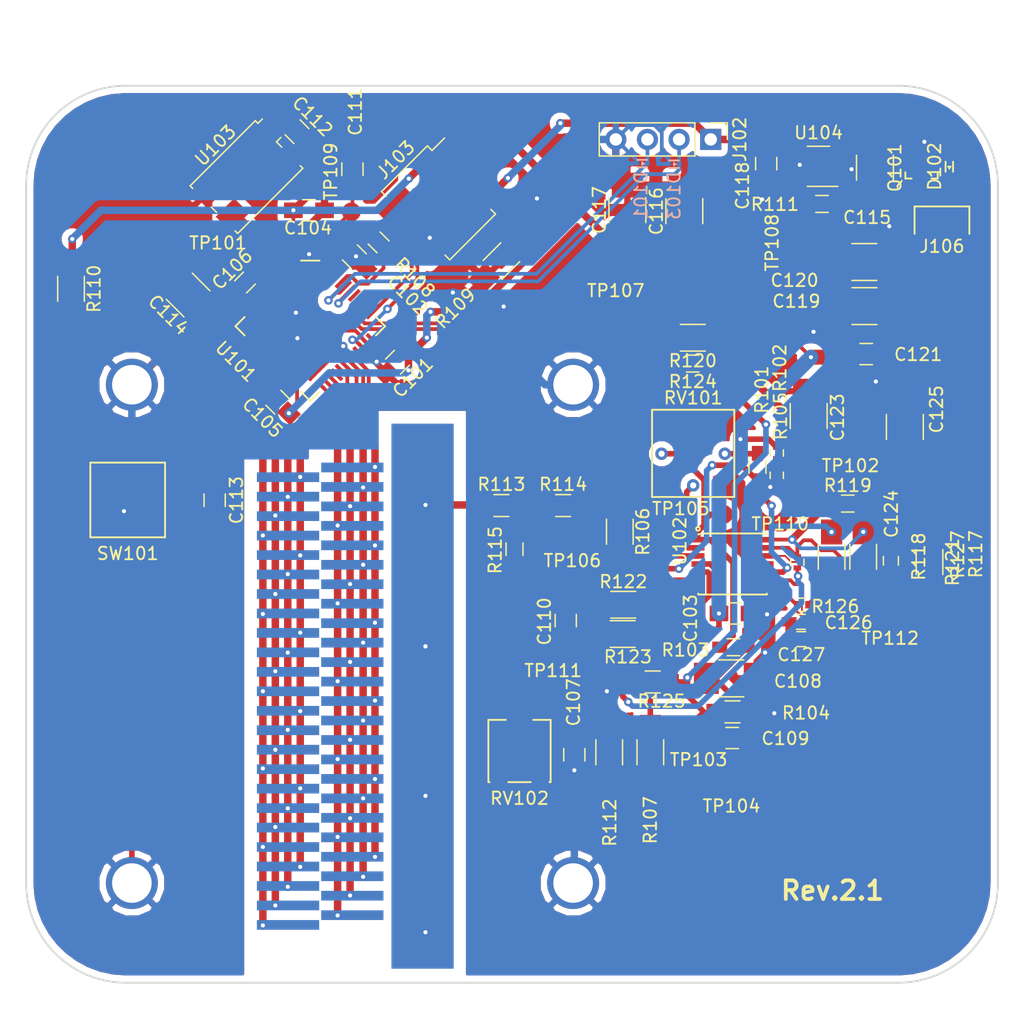
<source format=kicad_pcb>
(kicad_pcb (version 20171130) (host pcbnew 5.0.0)
  (layers (0 F.Cu signal) (31 B.Cu signal) (34 B.Paste user) (35 F.Paste user) (36 B.SilkS user) (37 F.SilkS user) (38 B.Mask user) (39 F.Mask user) (44 Edge.Cuts user))
  (net 0 "")
  (net 1 +3V3)
  (net 2 GND)
  (net 3 +3.3VA)
  (net 4 "Net-(C108-Pad1)")
  (net 5 /ADC_IN)
  (net 6 /NRST)
  (net 7 /ZERO)
  (net 8 "Net-(C115-Pad1)")
  (net 9 +5V)
  (net 10 /UART_TX)
  (net 11 /UART_RX)
  (net 12 /SWDIO)
  (net 13 /SWCLK)
  (net 14 /PHASE0)
  (net 15 /PHASE1)
  (net 16 /PHASE2)
  (net 17 /PHASE3)
  (net 18 /PHASE4)
  (net 19 /PHASE5)
  (net 20 /PHASE6)
  (net 21 /PHASE7)
  (net 22 /RX_PAD)
  (net 23 /+1V65)
  (net 24 "Net-(R101-Pad2)")
  (net 25 "Net-(R103-Pad1)")
  (net 26 /BOOT0)
  (net 27 "Net-(RV101-Pad2)")
  (net 28 /OSC_8MHz)
  (net 29 "Net-(R107-Pad2)")
  (net 30 "Net-(R112-Pad1)")
  (net 31 "Net-(C107-Pad1)")
  (net 32 /A)
  (net 33 "Net-(C124-Pad1)")
  (net 34 "Net-(C124-Pad2)")
  (net 35 "Net-(C125-Pad1)")
  (net 36 "Net-(C126-Pad1)")
  (net 37 "Net-(C126-Pad2)")
  (net 38 "Net-(C127-Pad1)")
  (net 39 "Net-(R106-Pad1)")
  (net 40 "Net-(R113-Pad2)")
  (net 41 "Net-(R118-Pad1)")
  (net 42 "Net-(R122-Pad2)")
  (net 43 "Net-(R125-Pad2)")
  (net 44 "Net-(R126-Pad1)")
  (module capacitive:Vishay_T73YE (layer F.Cu) (at 124.54 82.01 180)
    (fp_text reference RV101 (at 0 0.95 180) (layer F.SilkS))
    (fp_text value "100k linear")
    (pad 2 thru_hole circle (at 0 -6.07 180) (size 1 1) (drill 0.5) (layers *.Cu *.Mask) (net 27 "Net-(RV101-Pad2)"))
    (pad 3 thru_hole circle (at -2.54 -3.53 180) (size 1 1) (drill 0.5) (layers *.Cu *.Mask) (net 24 "Net-(R101-Pad2)"))
    (pad 1 thru_hole circle (at 2.54 -3.53 180) (size 1 1) (drill 0.5) (layers *.Cu *.Mask) (net 25 "Net-(R103-Pad1)"))
  )
  (module Socket_Strips:Socket_Strip_Straight_1x04_Pitch2.54mm (layer F.Cu) (at 125.95 60.31 270)
    (fp_text reference J102 (at 0 -2.33 270) (layer F.SilkS))
    (fp_text value UART)
    (pad 1 thru_hole rect (at 0 0 270) (size 1.7 1.7) (drill 1) (layers *.Cu *.Mask) (net 9 +5V))
    (pad 2 thru_hole oval (at 0 2.54 270) (size 1.7 1.7) (drill 1) (layers *.Cu *.Mask) (net 10 /UART_TX))
    (pad 3 thru_hole oval (at 0 5.08 270) (size 1.7 1.7) (drill 1) (layers *.Cu *.Mask) (net 11 /UART_RX))
    (pad 4 thru_hole oval (at 0 7.62 270) (size 1.7 1.7) (drill 1) (layers *.Cu *.Mask) (net 2 GND))
  )
  (module Capacitors_SMD:C_0805_HandSoldering (layer F.Cu) (at 127.67 108.36)
    (fp_text reference C109 (at 4.28 0.04) (layer F.SilkS))
    (fp_text value "10 nF 1%")
    (pad 1 smd rect (at -1.25 0) (size 1.5 1.25) (layers F.Cu F.Paste F.Mask) (net 32 /A))
    (pad 2 smd rect (at 1.25 0) (size 1.5 1.25) (layers F.Cu F.Paste F.Mask) (net 2 GND))
  )
  (module Capacitors_SMD:C_0805_HandSoldering (layer F.Cu) (at 100.80464 78.18968 225)
    (fp_text reference C101 (at 0 -1.75 225) (layer F.SilkS))
    (fp_text value "100nF 20%")
    (pad 1 smd rect (at -1.249999 0 225) (size 1.5 1.25) (layers F.Cu F.Paste F.Mask) (net 1 +3V3))
    (pad 2 smd rect (at 1.249999 0 225) (size 1.5 1.25) (layers F.Cu F.Paste F.Mask) (net 2 GND))
  )
  (module Capacitors_SMD:C_0805_HandSoldering (layer F.Cu) (at 97.34262 69.73402 315)
    (fp_text reference C102 (at 5.178398 -0.842447 315) (layer F.SilkS))
    (fp_text value "100nF 20%")
    (pad 1 smd rect (at -1.249999 0 315) (size 1.5 1.25) (layers F.Cu F.Paste F.Mask) (net 1 +3V3))
    (pad 2 smd rect (at 1.249999 0 315) (size 1.5 1.25) (layers F.Cu F.Paste F.Mask) (net 2 GND))
  )
  (module Capacitors_SMD:C_0805_HandSoldering (layer F.Cu) (at 127.86 98.36)
    (fp_text reference C103 (at -3.535 0.39 90) (layer F.SilkS))
    (fp_text value "100nF 20%")
    (pad 1 smd rect (at -1.25 0) (size 1.5 1.25) (layers F.Cu F.Paste F.Mask) (net 3 +3.3VA))
    (pad 2 smd rect (at 1.25 0) (size 1.5 1.25) (layers F.Cu F.Paste F.Mask) (net 2 GND))
  )
  (module Capacitors_SMD:C_0805_HandSoldering (layer F.Cu) (at 93.7 66)
    (fp_text reference C104 (at -0.08182 1.41934) (layer F.SilkS))
    (fp_text value "100nF 20%")
    (pad 1 smd rect (at -1.25 0) (size 1.5 1.25) (layers F.Cu F.Paste F.Mask) (net 1 +3V3))
    (pad 2 smd rect (at 1.25 0) (size 1.5 1.25) (layers F.Cu F.Paste F.Mask) (net 2 GND))
  )
  (module Capacitors_SMD:C_0805_HandSoldering (layer F.Cu) (at 91.2009 81.40278 135)
    (fp_text reference C105 (at 0 -1.75 135) (layer F.SilkS))
    (fp_text value "100nF 20%")
    (pad 1 smd rect (at -1.249999 0 135) (size 1.5 1.25) (layers F.Cu F.Paste F.Mask) (net 1 +3V3))
    (pad 2 smd rect (at 1.249999 0 135) (size 1.5 1.25) (layers F.Cu F.Paste F.Mask) (net 2 GND))
  )
  (module Resistors_SMD:R_0603_HandSoldering (layer F.Cu) (at 88.56692 71.78888 45)
    (fp_text reference C106 (at 0 -1.45 45) (layer F.SilkS))
    (fp_text value "10nF 10%")
    (pad 1 smd rect (at -1.099999 0 45) (size 1.2 0.9) (layers F.Cu F.Paste F.Mask) (net 3 +3.3VA))
    (pad 2 smd rect (at 1.099999 0 45) (size 1.2 0.9) (layers F.Cu F.Paste F.Mask) (net 2 GND))
  )
  (module Capacitors_SMD:C_1210_HandSoldering (layer F.Cu) (at 127.6 103.57)
    (fp_text reference C108 (at 5.35 0.23) (layer F.SilkS))
    (fp_text value "100nF 2%")
    (pad 1 smd rect (at -2 0) (size 2 2.5) (layers F.Cu F.Paste F.Mask) (net 4 "Net-(C108-Pad1)"))
    (pad 2 smd rect (at 2 0) (size 2 2.5) (layers F.Cu F.Paste F.Mask) (net 2 GND))
  )
  (module Capacitors_SMD:C_0805_HandSoldering (layer F.Cu) (at 114.31 98.93 270)
    (fp_text reference C110 (at 0.07 1.71 270) (layer F.SilkS))
    (fp_text value "100nF 20%")
    (pad 1 smd rect (at -1.25 0 270) (size 1.5 1.25) (layers F.Cu F.Paste F.Mask) (net 23 /+1V65))
    (pad 2 smd rect (at 1.25 0 270) (size 1.5 1.25) (layers F.Cu F.Paste F.Mask) (net 2 GND))
  )
  (module Capacitors_SMD:C_0805_HandSoldering (layer F.Cu) (at 97.19 62.7 90)
    (fp_text reference C111 (at 4.61284 0.23382 90) (layer F.SilkS))
    (fp_text value "100nF 20%")
    (pad 1 smd rect (at -1.25 0 90) (size 1.5 1.25) (layers F.Cu F.Paste F.Mask) (net 6 /NRST))
    (pad 2 smd rect (at 1.25 0 90) (size 1.5 1.25) (layers F.Cu F.Paste F.Mask) (net 2 GND))
  )
  (module Capacitors_SMD:C_0805_HandSoldering (layer F.Cu) (at 92.74 59.69 315)
    (fp_text reference C112 (at 0 -1.75 315) (layer F.SilkS))
    (fp_text value "100nF 20%")
    (pad 1 smd rect (at -1.249999 0 315) (size 1.5 1.25) (layers F.Cu F.Paste F.Mask) (net 2 GND))
    (pad 2 smd rect (at 1.249999 0 315) (size 1.5 1.25) (layers F.Cu F.Paste F.Mask) (net 1 +3V3))
  )
  (module Capacitors_SMD:C_0805_HandSoldering (layer F.Cu) (at 86.13 89.27 270)
    (fp_text reference C113 (at 0 -1.75 270) (layer F.SilkS))
    (fp_text value "100nF 20%")
    (pad 1 smd rect (at -1.25 0 270) (size 1.5 1.25) (layers F.Cu F.Paste F.Mask) (net 7 /ZERO))
    (pad 2 smd rect (at 1.25 0 270) (size 1.5 1.25) (layers F.Cu F.Paste F.Mask) (net 2 GND))
  )
  (module Capacitors_SMD:C_1210_HandSoldering (layer F.Cu) (at 84 72.8 135)
    (fp_text reference C114 (at 0 -2.25 135) (layer F.SilkS))
    (fp_text value "10uF 10%")
    (pad 1 smd rect (at -2.000001 0 135) (size 2 2.5) (layers F.Cu F.Paste F.Mask) (net 3 +3.3VA))
    (pad 2 smd rect (at 2.000001 0 135) (size 2 2.5) (layers F.Cu F.Paste F.Mask) (net 2 GND))
  )
  (module Capacitors_SMD:C_1210_HandSoldering (layer F.Cu) (at 139.13 62.58 270)
    (fp_text reference C115 (at 3.995 0.63) (layer F.SilkS))
    (fp_text value "10uF 10%")
    (pad 1 smd rect (at -2 0 270) (size 2 2.5) (layers F.Cu F.Paste F.Mask) (net 8 "Net-(C115-Pad1)"))
    (pad 2 smd rect (at 2 0 270) (size 2 2.5) (layers F.Cu F.Paste F.Mask) (net 2 GND))
  )
  (module Capacitors_SMD:C_1210_HandSoldering (layer F.Cu) (at 123.83 66.07 90)
    (fp_text reference C116 (at 0 -2.25 90) (layer F.SilkS))
    (fp_text value "10uF 10%")
    (pad 1 smd rect (at -2 0 90) (size 2 2.5) (layers F.Cu F.Paste F.Mask) (net 1 +3V3))
    (pad 2 smd rect (at 2 0 90) (size 2 2.5) (layers F.Cu F.Paste F.Mask) (net 2 GND))
  )
  (module Capacitors_SMD:C_1210_HandSoldering (layer F.Cu) (at 119.26 65.98 90)
    (fp_text reference C117 (at 0 -2.25 90) (layer F.SilkS))
    (fp_text value "10uF 10%")
    (pad 1 smd rect (at -2 0 90) (size 2 2.5) (layers F.Cu F.Paste F.Mask) (net 1 +3V3))
    (pad 2 smd rect (at 2 0 90) (size 2 2.5) (layers F.Cu F.Paste F.Mask) (net 2 GND))
  )
  (module Capacitors_SMD:C_0805_HandSoldering (layer F.Cu) (at 130.4 62.25 90)
    (fp_text reference C118 (at -1.775 -1.9 90) (layer F.SilkS))
    (fp_text value "100nF 20%")
    (pad 1 smd rect (at -1.25 0 90) (size 1.5 1.25) (layers F.Cu F.Paste F.Mask) (net 1 +3V3))
    (pad 2 smd rect (at 1.25 0 90) (size 1.5 1.25) (layers F.Cu F.Paste F.Mask) (net 2 GND))
  )
  (module Capacitors_SMD:C_1210_HandSoldering (layer F.Cu) (at 138.29 73.69)
    (fp_text reference C119 (at -5.465 -0.39) (layer F.SilkS))
    (fp_text value "10uF 10%")
    (pad 1 smd rect (at -2 0) (size 2 2.5) (layers F.Cu F.Paste F.Mask) (net 3 +3.3VA))
    (pad 2 smd rect (at 2 0) (size 2 2.5) (layers F.Cu F.Paste F.Mask) (net 2 GND))
  )
  (module Capacitors_SMD:C_1210_HandSoldering (layer F.Cu) (at 138.28 70.15)
    (fp_text reference C120 (at -5.605 1.475 180) (layer F.SilkS))
    (fp_text value "10uF 10%")
    (pad 1 smd rect (at -2 0) (size 2 2.5) (layers F.Cu F.Paste F.Mask) (net 3 +3.3VA))
    (pad 2 smd rect (at 2 0) (size 2 2.5) (layers F.Cu F.Paste F.Mask) (net 2 GND))
  )
  (module Capacitors_SMD:C_0805_HandSoldering (layer F.Cu) (at 138.43 77.54)
    (fp_text reference C121 (at 4.17 0.035 180) (layer F.SilkS))
    (fp_text value "100nF 20%")
    (pad 1 smd rect (at -1.25 0) (size 1.5 1.25) (layers F.Cu F.Paste F.Mask) (net 3 +3.3VA))
    (pad 2 smd rect (at 1.25 0) (size 1.5 1.25) (layers F.Cu F.Paste F.Mask) (net 2 GND))
  )
  (module capacitive:SOD-923 (layer F.Cu) (at 145.1 62.5 90)
    (fp_text reference D102 (at 0.02 -1.18 90) (layer F.SilkS))
    (fp_text value ESD9X5.0ST5G)
    (pad 1 smd rect (at -0.42 0 90) (size 0.36 0.25) (layers F.Cu F.Paste F.Mask) (net 9 +5V))
    (pad 2 smd rect (at 0.42 0 90) (size 0.36 0.25) (layers F.Cu F.Paste F.Mask) (net 2 GND))
  )
  (module capacitive:Rohm_UMT3F (layer F.Cu) (at 142.87 62.55 180)
    (fp_text reference Q101 (at 2.1396 -0.02802 270) (layer F.SilkS))
    (fp_text value RU1C002ZPTCL)
    (pad 3 smd rect (at 0 -0.8 180) (size 0.8 0.9) (layers F.Cu F.Paste F.Mask) (net 9 +5V))
    (pad 2 smd rect (at 0.65 0.8 180) (size 0.8 0.9) (layers F.Cu F.Paste F.Mask) (net 8 "Net-(C115-Pad1)"))
    (pad 1 smd rect (at -0.65 0.8 180) (size 0.8 0.9) (layers F.Cu F.Paste F.Mask) (net 2 GND))
  )
  (module Resistors_SMD:R_0603_HandSoldering (layer F.Cu) (at 129.7 86.61 90)
    (fp_text reference R101 (at 6.21 0.35 90) (layer F.SilkS))
    (fp_text value 100)
    (pad 1 smd rect (at -1.1 0 90) (size 1.2 0.9) (layers F.Cu F.Paste F.Mask) (net 23 /+1V65))
    (pad 2 smd rect (at 1.1 0 90) (size 1.2 0.9) (layers F.Cu F.Paste F.Mask) (net 24 "Net-(R101-Pad2)"))
  )
  (module Resistors_SMD:R_0603_HandSoldering (layer F.Cu) (at 127.77 101.07)
    (fp_text reference R103 (at -3.845 0.23) (layer F.SilkS))
    (fp_text value "1.58k 1%")
    (pad 1 smd rect (at -1.1 0) (size 1.2 0.9) (layers F.Cu F.Paste F.Mask) (net 25 "Net-(R103-Pad1)"))
    (pad 2 smd rect (at 1.1 0) (size 1.2 0.9) (layers F.Cu F.Paste F.Mask) (net 4 "Net-(C108-Pad1)"))
  )
  (module Resistors_SMD:R_0603_HandSoldering (layer F.Cu) (at 99.292763 68.580283 315)
    (fp_text reference R108 (at 4.049568 -0.061886 315) (layer F.SilkS))
    (fp_text value DNP)
    (pad 1 smd rect (at -1.099999 0 315) (size 1.2 0.9) (layers F.Cu F.Paste F.Mask) (net 1 +3V3))
    (pad 2 smd rect (at 1.099999 0 315) (size 1.2 0.9) (layers F.Cu F.Paste F.Mask) (net 26 /BOOT0))
  )
  (module Resistors_SMD:R_1206_HandSoldering (layer F.Cu) (at 109.15 70.07 225)
    (fp_text reference R109 (at 5.30948 -0.07956 225) (layer F.SilkS))
    (fp_text value "100k 1%")
    (pad 1 smd rect (at -2.000001 0 225) (size 2 1.7) (layers F.Cu F.Paste F.Mask) (net 26 /BOOT0))
    (pad 2 smd rect (at 2.000001 0 225) (size 2 1.7) (layers F.Cu F.Paste F.Mask) (net 2 GND))
  )
  (module Resistors_SMD:R_1206_HandSoldering (layer F.Cu) (at 74.6 72.3 270)
    (fp_text reference R110 (at 0 -1.85 270) (layer F.SilkS))
    (fp_text value "100k 1%")
    (pad 1 smd rect (at -2 0 270) (size 2 1.7) (layers F.Cu F.Paste F.Mask) (net 1 +3V3))
    (pad 2 smd rect (at 2 0 270) (size 2 1.7) (layers F.Cu F.Paste F.Mask) (net 7 /ZERO))
  )
  (module Resistors_SMD:R_0603_HandSoldering (layer F.Cu) (at 134.88 65.49)
    (fp_text reference R111 (at -3.78 0.035 180) (layer F.SilkS))
    (fp_text value "1 5%")
    (pad 1 smd rect (at -1.1 0) (size 1.2 0.9) (layers F.Cu F.Paste F.Mask) (net 1 +3V3))
    (pad 2 smd rect (at 1.1 0) (size 1.2 0.9) (layers F.Cu F.Paste F.Mask) (net 3 +3.3VA))
  )
  (module capacitive:LL3301NF065QG (layer F.Cu) (at 79.15 89.25)
    (fp_text reference SW101 (at 0 4.3) (layer F.SilkS))
    (fp_text value SW_Push)
    (pad 2 smd rect (at 4.55 2.25) (size 2.1 1.4) (layers F.Cu F.Paste F.Mask) (net 2 GND))
    (pad 2 smd rect (at -4.55 2.25) (size 2.1 1.4) (layers F.Cu F.Paste F.Mask) (net 2 GND))
    (pad 1 smd rect (at -4.55 -2.25) (size 2.1 1.4) (layers F.Cu F.Paste F.Mask) (net 7 /ZERO))
    (pad 1 smd rect (at 4.55 -2.25) (size 2.1 1.4) (layers F.Cu F.Paste F.Mask) (net 7 /ZERO))
  )
  (module Measurement_Points:Measurement_Point_Round-SMD-Pad_Small (layer F.Cu) (at 89.9 68.2)
    (fp_text reference TP101 (at -3.5 0.425 180) (layer F.SilkS))
    (fp_text value TEST)
    (pad 1 smd circle (at 0 0) (size 1.5 1.5) (layers F.Cu F.Mask) (net 28 /OSC_8MHz))
  )
  (module Measurement_Points:Measurement_Point_Round-SMD-Pad_Small (layer F.Cu) (at 123.9 107.65)
    (fp_text reference TP103 (at 1.075 2.45 180) (layer F.SilkS))
    (fp_text value TEST)
    (pad 1 smd circle (at 0 0) (size 1.5 1.5) (layers F.Cu F.Mask) (net 32 /A))
  )
  (module Measurement_Points:Measurement_Point_Round-SMD-Pad_Small (layer F.Cu) (at 127.6 111.95)
    (fp_text reference TP104 (at 0.01524 1.86944) (layer F.SilkS))
    (fp_text value TEST)
    (pad 1 smd circle (at 0 0) (size 1.5 1.5) (layers F.Cu F.Mask) (net 4 "Net-(C108-Pad1)"))
  )
  (module Measurement_Points:Measurement_Point_Round-SMD-Pad_Small (layer F.Cu) (at 126.99 90.41)
    (fp_text reference TP105 (at -3.44 -0.46) (layer F.SilkS))
    (fp_text value TEST)
    (pad 1 smd circle (at 0 0) (size 1.5 1.5) (layers F.Cu F.Mask) (net 25 "Net-(R103-Pad1)"))
  )
  (module Measurement_Points:Measurement_Point_Round-SMD-Pad_Small (layer F.Cu) (at 114.97 92.36)
    (fp_text reference TP106 (at -0.12 1.765) (layer F.SilkS))
    (fp_text value TEST)
    (pad 1 smd circle (at 0 0) (size 1.5 1.5) (layers F.Cu F.Mask) (net 39 "Net-(R106-Pad1)"))
  )
  (module Measurement_Points:Measurement_Point_Round-SMD-Pad_Small (layer F.Cu) (at 118.23 70.8)
    (fp_text reference TP107 (at 0.09652 1.651) (layer F.SilkS))
    (fp_text value TEST)
    (pad 1 smd circle (at 0 0) (size 1.5 1.5) (layers F.Cu F.Mask) (net 1 +3V3))
  )
  (module Measurement_Points:Measurement_Point_Round-SMD-Pad_Small (layer F.Cu) (at 132.9 68.4)
    (fp_text reference TP108 (at -2.025 0.2 90) (layer F.SilkS))
    (fp_text value TEST)
    (pad 1 smd circle (at 0 0) (size 1.5 1.5) (layers F.Cu F.Mask) (net 3 +3.3VA))
  )
  (module Measurement_Points:Measurement_Point_Round-SMD-Pad_Small (layer F.Cu) (at 97.1 66.13 90)
    (fp_text reference TP109 (at 3.255 -1.65 90) (layer F.SilkS))
    (fp_text value TEST)
    (pad 1 smd circle (at 0 0 90) (size 1.5 1.5) (layers F.Cu F.Mask) (net 6 /NRST))
  )
  (module capacitive:ST_LQFP48 (layer F.Cu) (at 93.80694 75.30424 225)
    (fp_text reference U101 (at 6.22691 2.221715 315) (layer F.SilkS))
    (fp_text value STM32F070C6T6)
    (pad 1 smd rect (at -2.75 4.25 225) (size 0.3 1.2) (layers F.Cu F.Paste F.Mask) (net 1 +3V3))
    (pad 2 smd rect (at -2.25 4.25 225) (size 0.3 1.2) (layers F.Cu F.Paste F.Mask))
    (pad 3 smd rect (at -1.75 4.25 225) (size 0.3 1.2) (layers F.Cu F.Paste F.Mask))
    (pad 4 smd rect (at -1.25 4.25 225) (size 0.3 1.2) (layers F.Cu F.Paste F.Mask))
    (pad 5 smd rect (at -0.75 4.25 225) (size 0.3 1.2) (layers F.Cu F.Paste F.Mask) (net 28 /OSC_8MHz))
    (pad 6 smd rect (at -0.25 4.25 225) (size 0.3 1.2) (layers F.Cu F.Paste F.Mask))
    (pad 7 smd rect (at 0.25 4.25 225) (size 0.3 1.2) (layers F.Cu F.Paste F.Mask) (net 6 /NRST))
    (pad 8 smd rect (at 0.75 4.25 225) (size 0.3 1.2) (layers F.Cu F.Paste F.Mask) (net 2 GND))
    (pad 9 smd rect (at 1.25 4.25 225) (size 0.3 1.2) (layers F.Cu F.Paste F.Mask) (net 3 +3.3VA))
    (pad 10 smd rect (at 1.75 4.25 225) (size 0.3 1.2) (layers F.Cu F.Paste F.Mask) (net 5 /ADC_IN))
    (pad 11 smd rect (at 2.25 4.25 225) (size 0.3 1.2) (layers F.Cu F.Paste F.Mask))
    (pad 12 smd rect (at 2.75 4.25 225) (size 0.3 1.2) (layers F.Cu F.Paste F.Mask))
    (pad 13 smd rect (at 4.25 2.75 225) (size 1.2 0.3) (layers F.Cu F.Paste F.Mask) (net 7 /ZERO))
    (pad 14 smd rect (at 4.25 2.25 225) (size 1.2 0.3) (layers F.Cu F.Paste F.Mask))
    (pad 15 smd rect (at 4.25 1.75 225) (size 1.2 0.3) (layers F.Cu F.Paste F.Mask))
    (pad 16 smd rect (at 4.25 1.25 225) (size 1.2 0.3) (layers F.Cu F.Paste F.Mask) (net 14 /PHASE0))
    (pad 17 smd rect (at 4.25 0.75 225) (size 1.2 0.3) (layers F.Cu F.Paste F.Mask) (net 16 /PHASE2))
    (pad 18 smd rect (at 4.25 0.25 225) (size 1.2 0.3) (layers F.Cu F.Paste F.Mask) (net 18 /PHASE4))
    (pad 19 smd rect (at 4.25 -0.25 225) (size 1.2 0.3) (layers F.Cu F.Paste F.Mask) (net 20 /PHASE6))
    (pad 20 smd rect (at 4.25 -0.75 225) (size 1.2 0.3) (layers F.Cu F.Paste F.Mask))
    (pad 21 smd rect (at 4.25 -1.25 225) (size 1.2 0.3) (layers F.Cu F.Paste F.Mask))
    (pad 22 smd rect (at 4.25 -1.75 225) (size 1.2 0.3) (layers F.Cu F.Paste F.Mask))
    (pad 23 smd rect (at 4.25 -2.25 225) (size 1.2 0.3) (layers F.Cu F.Paste F.Mask) (net 2 GND))
    (pad 24 smd rect (at 4.25 -2.75 225) (size 1.2 0.3) (layers F.Cu F.Paste F.Mask) (net 1 +3V3))
    (pad 25 smd rect (at 2.75 -4.25 225) (size 0.3 1.2) (layers F.Cu F.Paste F.Mask))
    (pad 26 smd rect (at 2.25 -4.25 225) (size 0.3 1.2) (layers F.Cu F.Paste F.Mask))
    (pad 27 smd rect (at 1.75 -4.25 225) (size 0.3 1.2) (layers F.Cu F.Paste F.Mask))
    (pad 28 smd rect (at 1.25 -4.25 225) (size 0.3 1.2) (layers F.Cu F.Paste F.Mask))
    (pad 29 smd rect (at 0.75 -4.25 225) (size 0.3 1.2) (layers F.Cu F.Paste F.Mask) (net 15 /PHASE1))
    (pad 30 smd rect (at 0.25 -4.25 225) (size 0.3 1.2) (layers F.Cu F.Paste F.Mask) (net 17 /PHASE3))
    (pad 31 smd rect (at -0.25 -4.25 225) (size 0.3 1.2) (layers F.Cu F.Paste F.Mask) (net 19 /PHASE5))
    (pad 32 smd rect (at -0.75 -4.25 225) (size 0.3 1.2) (layers F.Cu F.Paste F.Mask) (net 21 /PHASE7))
    (pad 33 smd rect (at -1.25 -4.25 225) (size 0.3 1.2) (layers F.Cu F.Paste F.Mask))
    (pad 34 smd rect (at -1.75 -4.25 225) (size 0.3 1.2) (layers F.Cu F.Paste F.Mask) (net 12 /SWDIO))
    (pad 35 smd rect (at -2.25 -4.25 225) (size 0.3 1.2) (layers F.Cu F.Paste F.Mask) (net 2 GND))
    (pad 36 smd rect (at -2.75 -4.25 225) (size 0.3 1.2) (layers F.Cu F.Paste F.Mask) (net 1 +3V3))
    (pad 37 smd rect (at -4.25 -2.75 225) (size 1.2 0.3) (layers F.Cu F.Paste F.Mask) (net 13 /SWCLK))
    (pad 38 smd rect (at -4.25 -2.25 225) (size 1.2 0.3) (layers F.Cu F.Paste F.Mask))
    (pad 39 smd rect (at -4.25 -1.75 225) (size 1.2 0.3) (layers F.Cu F.Paste F.Mask))
    (pad 40 smd rect (at -4.25 -1.25 225) (size 1.2 0.3) (layers F.Cu F.Paste F.Mask))
    (pad 41 smd rect (at -4.25 -0.75 225) (size 1.2 0.3) (layers F.Cu F.Paste F.Mask))
    (pad 42 smd rect (at -4.25 -0.25 225) (size 1.2 0.3) (layers F.Cu F.Paste F.Mask) (net 10 /UART_TX))
    (pad 43 smd rect (at -4.25 0.25 225) (size 1.2 0.3) (layers F.Cu F.Paste F.Mask) (net 11 /UART_RX))
    (pad 44 smd rect (at -4.25 0.75 225) (size 1.2 0.3) (layers F.Cu F.Paste F.Mask) (net 26 /BOOT0))
    (pad 45 smd rect (at -4.25 1.25 225) (size 1.2 0.3) (layers F.Cu F.Paste F.Mask))
    (pad 46 smd rect (at -4.25 1.75 225) (size 1.2 0.3) (layers F.Cu F.Paste F.Mask))
    (pad 47 smd rect (at -4.25 2.25 225) (size 1.2 0.3) (layers F.Cu F.Paste F.Mask) (net 2 GND))
    (pad 48 smd rect (at -4.25 2.75 225) (size 1.2 0.3) (layers F.Cu F.Paste F.Mask) (net 1 +3V3))
  )
  (module Crystals:Crystal_SMD_7050-4pin_7.0x5.0mm (layer F.Cu) (at 88.685491 63.332741 225)
    (fp_text reference U103 (at -0.033411 3.548426 225) (layer F.SilkS))
    (fp_text value SG7050CAN_8.000000M-TJGA3)
    (pad 1 smd rect (at -2.95 1.35 225) (size 2.1 1.7) (layers F.Cu F.Paste F.Mask) (net 1 +3V3))
    (pad 2 smd rect (at 2.95 1.35 225) (size 2.1 1.7) (layers F.Cu F.Paste F.Mask) (net 2 GND))
    (pad 3 smd rect (at 2.95 -1.35 225) (size 2.1 1.7) (layers F.Cu F.Paste F.Mask) (net 28 /OSC_8MHz))
    (pad 4 smd rect (at -2.95 -1.35 225) (size 2.1 1.7) (layers F.Cu F.Paste F.Mask) (net 1 +3V3))
  )
  (module TO_SOT_Packages_SMD:SOT-23-5_HandSoldering (layer F.Cu) (at 134.6 62.47 180)
    (fp_text reference U104 (at 0 2.695 180) (layer F.SilkS))
    (fp_text value TLV74133PDBVR)
    (pad 1 smd rect (at -1.35 -0.95 180) (size 1.56 0.65) (layers F.Cu F.Paste F.Mask) (net 8 "Net-(C115-Pad1)"))
    (pad 2 smd rect (at -1.35 0 180) (size 1.56 0.65) (layers F.Cu F.Paste F.Mask) (net 2 GND))
    (pad 3 smd rect (at -1.35 0.95 180) (size 1.56 0.65) (layers F.Cu F.Paste F.Mask) (net 8 "Net-(C115-Pad1)"))
    (pad 4 smd rect (at 1.35 0.95 180) (size 1.56 0.65) (layers F.Cu F.Paste F.Mask))
    (pad 5 smd rect (at 1.35 -0.95 180) (size 1.56 0.65) (layers F.Cu F.Paste F.Mask) (net 1 +3V3))
  )
  (module Resistors_SMD:R_1206_HandSoldering (layer F.Cu) (at 121.1 109.5 270)
    (fp_text reference R107 (at 5.45 0 270) (layer F.SilkS))
    (fp_text value "100k 1%")
    (pad 1 smd rect (at -2 0 270) (size 2 1.7) (layers F.Cu F.Paste F.Mask) (net 3 +3.3VA))
    (pad 2 smd rect (at 2 0 270) (size 2 1.7) (layers F.Cu F.Paste F.Mask) (net 29 "Net-(R107-Pad2)"))
  )
  (module Resistors_SMD:R_1206_HandSoldering (layer F.Cu) (at 117.8 109.5 90)
    (fp_text reference R112 (at -5.65 0.05 270) (layer F.SilkS))
    (fp_text value "100k 1%")
    (pad 1 smd rect (at -2 0 90) (size 2 1.7) (layers F.Cu F.Paste F.Mask) (net 30 "Net-(R112-Pad1)"))
    (pad 2 smd rect (at 2 0 90) (size 2 1.7) (layers F.Cu F.Paste F.Mask) (net 2 GND))
  )
  (module capacitive:Bourns-PVG5H (layer F.Cu) (at 110.6 109.4)
    (fp_text reference RV102 (at 0 3.8) (layer F.SilkS))
    (fp_text value "5k linear")
    (pad 2 smd rect (at 0 -2) (size 2 1.6) (layers F.Cu F.Paste F.Mask) (net 31 "Net-(C107-Pad1)"))
    (pad 1 smd rect (at 1.65 2) (size 1.3 1.6) (layers F.Cu F.Paste F.Mask) (net 29 "Net-(R107-Pad2)"))
    (pad 3 smd rect (at -1.65 2) (size 1.3 1.6) (layers F.Cu F.Paste F.Mask) (net 30 "Net-(R112-Pad1)"))
  )
  (module capacitive:SOD-923 (layer B.Cu) (at 120.45 62.25 180)
    (fp_text reference D101 (at 0.1 -2.575 270) (layer B.SilkS) (effects (justify mirror)))
    (fp_text value ESD9B3.3ST5G)
    (pad 1 smd rect (at -0.42 0 180) (size 0.36 0.25) (layers B.Cu B.Paste B.Mask) (net 11 /UART_RX))
    (pad 2 smd rect (at 0.42 0 180) (size 0.36 0.25) (layers B.Cu B.Paste B.Mask) (net 2 GND))
  )
  (module capacitive:SOD-923 (layer B.Cu) (at 123 62.3 180)
    (fp_text reference D103 (at 0 -2.525 270) (layer B.SilkS) (effects (justify mirror)))
    (fp_text value ESD9B3.3ST5G)
    (pad 1 smd rect (at -0.42 0 180) (size 0.36 0.25) (layers B.Cu B.Paste B.Mask) (net 10 /UART_TX))
    (pad 2 smd rect (at 0.42 0 180) (size 0.36 0.25) (layers B.Cu B.Paste B.Mask) (net 2 GND))
  )
  (module Capacitors_SMD:C_0805_HandSoldering (layer F.Cu) (at 115 109.7 270)
    (fp_text reference C107 (at -4.20624 0.06604 270) (layer F.SilkS))
    (fp_text value "100nF 20%")
    (pad 1 smd rect (at -1.25 0 270) (size 1.5 1.25) (layers F.Cu F.Paste F.Mask) (net 31 "Net-(C107-Pad1)"))
    (pad 2 smd rect (at 1.25 0 270) (size 1.5 1.25) (layers F.Cu F.Paste F.Mask) (net 2 GND))
  )
  (module Capacitors_SMD:C_0603_HandSoldering (layer F.Cu) (at 140.41 94.13 90)
    (fp_text reference C124 (at 3.755 0.04 90) (layer F.SilkS))
    (fp_text value "1.8nF 2%")
    (pad 1 smd rect (at -0.95 0 90) (size 1.2 0.75) (layers F.Cu F.Paste F.Mask) (net 33 "Net-(C124-Pad1)"))
    (pad 2 smd rect (at 0.95 0 90) (size 1.2 0.75) (layers F.Cu F.Paste F.Mask) (net 34 "Net-(C124-Pad2)"))
  )
  (module Capacitors_SMD:C_1210_HandSoldering (layer F.Cu) (at 141.53 83.39 90)
    (fp_text reference C125 (at 1.415 2.545 90) (layer F.SilkS))
    (fp_text value "100nF 2%")
    (pad 1 smd rect (at -2 0 90) (size 2 2.5) (layers F.Cu F.Paste F.Mask) (net 35 "Net-(C125-Pad1)"))
    (pad 2 smd rect (at 2 0 90) (size 2 2.5) (layers F.Cu F.Paste F.Mask) (net 2 GND))
  )
  (module Capacitors_SMD:C_0603_HandSoldering (layer F.Cu) (at 133.19 99.03)
    (fp_text reference C126 (at 3.835 0.07) (layer F.SilkS))
    (fp_text value "33nF 5%")
    (pad 1 smd rect (at -0.95 0) (size 1.2 0.75) (layers F.Cu F.Paste F.Mask) (net 36 "Net-(C126-Pad1)"))
    (pad 2 smd rect (at 0.95 0) (size 1.2 0.75) (layers F.Cu F.Paste F.Mask) (net 37 "Net-(C126-Pad2)"))
  )
  (module Capacitors_SMD:C_0603_HandSoldering (layer F.Cu) (at 133.22 100.42 180)
    (fp_text reference C127 (at 0 -1.25 180) (layer F.SilkS))
    (fp_text value "33nF 5%")
    (pad 1 smd rect (at -0.95 0 180) (size 1.2 0.75) (layers F.Cu F.Paste F.Mask) (net 38 "Net-(C127-Pad1)"))
    (pad 2 smd rect (at 0.95 0 180) (size 1.2 0.75) (layers F.Cu F.Paste F.Mask) (net 36 "Net-(C126-Pad1)"))
  )
  (module capacitive:TX_PADS (layer B.Cu) (at 100 105)
    (fp_text reference J104 hide)
    (fp_text value TX_PADS)
    (pad 1 smd rect (at -7.98 18.359375) (size 5 0.78125) (layers B.Cu B.Paste B.Mask) (net 14 /PHASE0))
    (pad 2 smd rect (at -2.82 17.578125) (size 5 0.78125) (layers B.Cu B.Paste B.Mask) (net 15 /PHASE1))
    (pad 3 smd rect (at -7.98 16.796875) (size 5 0.78125) (layers B.Cu B.Paste B.Mask) (net 16 /PHASE2))
    (pad 4 smd rect (at -2.82 16.015625) (size 5 0.78125) (layers B.Cu B.Paste B.Mask) (net 17 /PHASE3))
    (pad 5 smd rect (at -7.98 15.234375) (size 5 0.78125) (layers B.Cu B.Paste B.Mask) (net 18 /PHASE4))
    (pad 6 smd rect (at -2.82 14.453125) (size 5 0.78125) (layers B.Cu B.Paste B.Mask) (net 19 /PHASE5))
    (pad 7 smd rect (at -7.98 13.671875) (size 5 0.78125) (layers B.Cu B.Paste B.Mask) (net 20 /PHASE6))
    (pad 8 smd rect (at -2.82 12.890625) (size 5 0.78125) (layers B.Cu B.Paste B.Mask) (net 21 /PHASE7))
    (pad 1 smd rect (at -7.98 12.109375) (size 5 0.78125) (layers B.Cu B.Paste B.Mask) (net 14 /PHASE0))
    (pad 2 smd rect (at -2.82 11.328125) (size 5 0.78125) (layers B.Cu B.Paste B.Mask) (net 15 /PHASE1))
    (pad 3 smd rect (at -7.98 10.546875) (size 5 0.78125) (layers B.Cu B.Paste B.Mask) (net 16 /PHASE2))
    (pad 4 smd rect (at -2.82 9.765625) (size 5 0.78125) (layers B.Cu B.Paste B.Mask) (net 17 /PHASE3))
    (pad 5 smd rect (at -7.98 8.984375) (size 5 0.78125) (layers B.Cu B.Paste B.Mask) (net 18 /PHASE4))
    (pad 6 smd rect (at -2.82 8.203125) (size 5 0.78125) (layers B.Cu B.Paste B.Mask) (net 19 /PHASE5))
    (pad 7 smd rect (at -7.98 7.421875) (size 5 0.78125) (layers B.Cu B.Paste B.Mask) (net 20 /PHASE6))
    (pad 8 smd rect (at -2.82 6.640625) (size 5 0.78125) (layers B.Cu B.Paste B.Mask) (net 21 /PHASE7))
    (pad 1 smd rect (at -7.98 5.859375) (size 5 0.78125) (layers B.Cu B.Paste B.Mask) (net 14 /PHASE0))
    (pad 2 smd rect (at -2.82 5.078125) (size 5 0.78125) (layers B.Cu B.Paste B.Mask) (net 15 /PHASE1))
    (pad 3 smd rect (at -7.98 4.296875) (size 5 0.78125) (layers B.Cu B.Paste B.Mask) (net 16 /PHASE2))
    (pad 4 smd rect (at -2.82 3.515625) (size 5 0.78125) (layers B.Cu B.Paste B.Mask) (net 17 /PHASE3))
    (pad 5 smd rect (at -7.98 2.734375) (size 5 0.78125) (layers B.Cu B.Paste B.Mask) (net 18 /PHASE4))
    (pad 6 smd rect (at -2.82 1.953125) (size 5 0.78125) (layers B.Cu B.Paste B.Mask) (net 19 /PHASE5))
    (pad 7 smd rect (at -7.98 1.171875) (size 5 0.78125) (layers B.Cu B.Paste B.Mask) (net 20 /PHASE6))
    (pad 8 smd rect (at -2.82 0.390625) (size 5 0.78125) (layers B.Cu B.Paste B.Mask) (net 21 /PHASE7))
    (pad 1 smd rect (at -7.98 -0.390625) (size 5 0.78125) (layers B.Cu B.Paste B.Mask) (net 14 /PHASE0))
    (pad 2 smd rect (at -2.82 -1.171875) (size 5 0.78125) (layers B.Cu B.Paste B.Mask) (net 15 /PHASE1))
    (pad 3 smd rect (at -7.98 -1.953125) (size 5 0.78125) (layers B.Cu B.Paste B.Mask) (net 16 /PHASE2))
    (pad 4 smd rect (at -2.82 -2.734375) (size 5 0.78125) (layers B.Cu B.Paste B.Mask) (net 17 /PHASE3))
    (pad 5 smd rect (at -7.98 -3.515625) (size 5 0.78125) (layers B.Cu B.Paste B.Mask) (net 18 /PHASE4))
    (pad 6 smd rect (at -2.82 -4.296875) (size 5 0.78125) (layers B.Cu B.Paste B.Mask) (net 19 /PHASE5))
    (pad 7 smd rect (at -7.98 -5.078125) (size 5 0.78125) (layers B.Cu B.Paste B.Mask) (net 20 /PHASE6))
    (pad 8 smd rect (at -2.82 -5.859375) (size 5 0.78125) (layers B.Cu B.Paste B.Mask) (net 21 /PHASE7))
    (pad 1 smd rect (at -7.98 -6.640625) (size 5 0.78125) (layers B.Cu B.Paste B.Mask) (net 14 /PHASE0))
    (pad 2 smd rect (at -2.82 -7.421875) (size 5 0.78125) (layers B.Cu B.Paste B.Mask) (net 15 /PHASE1))
    (pad 3 smd rect (at -7.98 -8.203125) (size 5 0.78125) (layers B.Cu B.Paste B.Mask) (net 16 /PHASE2))
    (pad 4 smd rect (at -2.82 -8.984375) (size 5 0.78125) (layers B.Cu B.Paste B.Mask) (net 17 /PHASE3))
    (pad 5 smd rect (at -7.98 -9.765625) (size 5 0.78125) (layers B.Cu B.Paste B.Mask) (net 18 /PHASE4))
    (pad 6 smd rect (at -2.82 -10.546875) (size 5 0.78125) (layers B.Cu B.Paste B.Mask) (net 19 /PHASE5))
    (pad 7 smd rect (at -7.98 -11.328125) (size 5 0.78125) (layers B.Cu B.Paste B.Mask) (net 20 /PHASE6))
    (pad 8 smd rect (at -2.82 -12.109375) (size 5 0.78125) (layers B.Cu B.Paste B.Mask) (net 21 /PHASE7))
    (pad 1 smd rect (at -7.98 -12.890625) (size 5 0.78125) (layers B.Cu B.Paste B.Mask) (net 14 /PHASE0))
    (pad 2 smd rect (at -2.82 -13.671875) (size 5 0.78125) (layers B.Cu B.Paste B.Mask) (net 15 /PHASE1))
    (pad 3 smd rect (at -7.98 -14.453125) (size 5 0.78125) (layers B.Cu B.Paste B.Mask) (net 16 /PHASE2))
    (pad 4 smd rect (at -2.82 -15.234375) (size 5 0.78125) (layers B.Cu B.Paste B.Mask) (net 17 /PHASE3))
    (pad 5 smd rect (at -7.98 -16.015625) (size 5 0.78125) (layers B.Cu B.Paste B.Mask) (net 18 /PHASE4))
    (pad 6 smd rect (at -2.82 -16.796875) (size 5 0.78125) (layers B.Cu B.Paste B.Mask) (net 19 /PHASE5))
    (pad 7 smd rect (at -7.98 -17.578125) (size 5 0.78125) (layers B.Cu B.Paste B.Mask) (net 20 /PHASE6))
    (pad 8 smd rect (at -2.82 -18.359375) (size 5 0.78125) (layers B.Cu B.Paste B.Mask) (net 21 /PHASE7))
  )
  (module capacitive:RX_PAD (layer B.Cu) (at 100 105)
    (fp_text reference J105 hide)
    (fp_text value RX_PAD)
    (pad 1 smd rect (at 2.82 0) (size 5 43.75) (layers B.Cu B.Paste B.Mask) (net 22 /RX_PAD))
  )
  (module capacitive:Power_Pads (layer F.Cu) (at 144.51 68.89)
    (fp_text reference J106 (at 0 0) (layer F.SilkS))
    (fp_text value POWER)
    (pad 1 smd rect (at 0 -2) (size 4 2) (layers F.Cu F.Paste F.Mask) (net 9 +5V))
    (pad 2 smd rect (at 0 2) (size 4 2) (layers F.Cu F.Paste F.Mask) (net 2 GND))
  )
  (module Resistors_SMD:R_0402 (layer F.Cu) (at 131.25 85.48 270)
    (fp_text reference R102 (at -6.83 -0.25 270) (layer F.SilkS))
    (fp_text value "1k 1%")
    (pad 1 smd rect (at -0.45 0 270) (size 0.4 0.6) (layers F.Cu F.Paste F.Mask) (net 3 +3.3VA))
    (pad 2 smd rect (at 0.45 0 270) (size 0.4 0.6) (layers F.Cu F.Paste F.Mask) (net 23 /+1V65))
  )
  (module Resistors_SMD:R_0805_HandSoldering (layer F.Cu) (at 127.7 106.26 180)
    (fp_text reference R104 (at -5.9 -0.09 180) (layer F.SilkS))
    (fp_text value "15.8k 1%")
    (pad 1 smd rect (at -1.35 0 180) (size 1.5 1.3) (layers F.Cu F.Paste F.Mask) (net 4 "Net-(C108-Pad1)"))
    (pad 2 smd rect (at 1.35 0 180) (size 1.5 1.3) (layers F.Cu F.Paste F.Mask) (net 32 /A))
  )
  (module Resistors_SMD:R_0402 (layer F.Cu) (at 131.25 87.27 270)
    (fp_text reference R105 (at -4.745 -0.3 270) (layer F.SilkS))
    (fp_text value "1k 1%")
    (pad 1 smd rect (at -0.45 0 270) (size 0.4 0.6) (layers F.Cu F.Paste F.Mask) (net 23 /+1V65))
    (pad 2 smd rect (at 0.45 0 270) (size 0.4 0.6) (layers F.Cu F.Paste F.Mask) (net 2 GND))
  )
  (module Resistors_SMD:R_1206_HandSoldering (layer F.Cu) (at 118.65 91.8 270)
    (fp_text reference R106 (at 0 -1.85 270) (layer F.SilkS))
    (fp_text value "100k 1%")
    (pad 1 smd rect (at -2 0 270) (size 2 1.7) (layers F.Cu F.Paste F.Mask) (net 39 "Net-(R106-Pad1)"))
    (pad 2 smd rect (at 2 0 270) (size 2 1.7) (layers F.Cu F.Paste F.Mask) (net 31 "Net-(C107-Pad1)"))
  )
  (module Resistors_SMD:R_0805_HandSoldering (layer F.Cu) (at 109.15 89.7)
    (fp_text reference R113 (at 0 -1.7) (layer F.SilkS))
    (fp_text value 0)
    (pad 1 smd rect (at -1.35 0) (size 1.5 1.3) (layers F.Cu F.Paste F.Mask) (net 22 /RX_PAD))
    (pad 2 smd rect (at 1.35 0) (size 1.5 1.3) (layers F.Cu F.Paste F.Mask) (net 40 "Net-(R113-Pad2)"))
  )
  (module Resistors_SMD:R_0805_HandSoldering (layer F.Cu) (at 114.1 89.7)
    (fp_text reference R114 (at 0 -1.7) (layer F.SilkS))
    (fp_text value 0)
    (pad 1 smd rect (at -1.35 0) (size 1.5 1.3) (layers F.Cu F.Paste F.Mask) (net 40 "Net-(R113-Pad2)"))
    (pad 2 smd rect (at 1.35 0) (size 1.5 1.3) (layers F.Cu F.Paste F.Mask) (net 39 "Net-(R106-Pad1)"))
  )
  (module Resistors_SMD:R_0603_HandSoldering (layer F.Cu) (at 110.2 93.2 270)
    (fp_text reference R115 (at 0.075 1.55 270) (layer F.SilkS))
    (fp_text value DNP)
    (pad 1 smd rect (at -1.1 0 270) (size 1.2 0.9) (layers F.Cu F.Paste F.Mask) (net 40 "Net-(R113-Pad2)"))
    (pad 2 smd rect (at 1.1 0 270) (size 1.2 0.9) (layers F.Cu F.Paste F.Mask) (net 31 "Net-(C107-Pad1)"))
  )
  (module Resistors_SMD:R_1206_HandSoldering (layer F.Cu) (at 138.19 93.81 90)
    (fp_text reference R117 (at 0.21 9.035 270) (layer F.SilkS))
    (fp_text value "100k 1%")
    (pad 1 smd rect (at -2 0 90) (size 2 1.7) (layers F.Cu F.Paste F.Mask) (net 33 "Net-(C124-Pad1)"))
    (pad 2 smd rect (at 2 0 90) (size 2 1.7) (layers F.Cu F.Paste F.Mask) (net 34 "Net-(C124-Pad2)"))
  )
  (module Resistors_SMD:R_0402 (layer F.Cu) (at 132.9 94.25 90)
    (fp_text reference R118 (at 0.45 9.75 90) (layer F.SilkS))
    (fp_text value "10k 1%")
    (pad 1 smd rect (at -0.45 0 90) (size 0.4 0.6) (layers F.Cu F.Paste F.Mask) (net 41 "Net-(R118-Pad1)"))
    (pad 2 smd rect (at 0.45 0 90) (size 0.4 0.6) (layers F.Cu F.Paste F.Mask) (net 33 "Net-(C124-Pad1)"))
  )
  (module Resistors_SMD:R_0603_HandSoldering (layer F.Cu) (at 136.95 89.54)
    (fp_text reference R119 (at 0 -1.45) (layer F.SilkS))
    (fp_text value "1.58k 1%")
    (pad 1 smd rect (at -1.1 0) (size 1.2 0.9) (layers F.Cu F.Paste F.Mask) (net 34 "Net-(C124-Pad2)"))
    (pad 2 smd rect (at 1.1 0) (size 1.2 0.9) (layers F.Cu F.Paste F.Mask) (net 35 "Net-(C125-Pad1)"))
  )
  (module Resistors_SMD:R_1206_HandSoldering (layer F.Cu) (at 118.93 97.66)
    (fp_text reference R122 (at 0 -1.85) (layer F.SilkS))
    (fp_text value "100k 1%")
    (pad 1 smd rect (at -2 0) (size 2 1.7) (layers F.Cu F.Paste F.Mask) (net 23 /+1V65))
    (pad 2 smd rect (at 2 0) (size 2 1.7) (layers F.Cu F.Paste F.Mask) (net 42 "Net-(R122-Pad2)"))
  )
  (module Resistors_SMD:R_1206_HandSoldering (layer F.Cu) (at 118.88 100.01)
    (fp_text reference R123 (at 0.42 1.84) (layer F.SilkS))
    (fp_text value "100k 1%")
    (pad 1 smd rect (at -2 0) (size 2 1.7) (layers F.Cu F.Paste F.Mask) (net 42 "Net-(R122-Pad2)"))
    (pad 2 smd rect (at 2 0) (size 2 1.7) (layers F.Cu F.Paste F.Mask) (net 41 "Net-(R118-Pad1)"))
  )
  (module Resistors_SMD:R_0603_HandSoldering (layer F.Cu) (at 124.51 78.3 180)
    (fp_text reference R124 (at 0 -1.45 180) (layer F.SilkS))
    (fp_text value DNP)
    (pad 1 smd rect (at -1.1 0 180) (size 1.2 0.9) (layers F.Cu F.Paste F.Mask) (net 32 /A))
    (pad 2 smd rect (at 1.1 0 180) (size 1.2 0.9) (layers F.Cu F.Paste F.Mask) (net 5 /ADC_IN))
  )
  (module Resistors_SMD:R_0805_HandSoldering (layer F.Cu) (at 121.29 103.86 180)
    (fp_text reference R125 (at -0.71 -1.54 180) (layer F.SilkS))
    (fp_text value 0)
    (pad 1 smd rect (at -1.35 0 180) (size 1.5 1.3) (layers F.Cu F.Paste F.Mask) (net 32 /A))
    (pad 2 smd rect (at 1.35 0 180) (size 1.5 1.3) (layers F.Cu F.Paste F.Mask) (net 43 "Net-(R125-Pad2)"))
  )
  (module Resistors_SMD:R_0402 (layer F.Cu) (at 133.28 97.66 180)
    (fp_text reference R126 (at -2.67 -0.14) (layer F.SilkS))
    (fp_text value "1k 1%")
    (pad 1 smd rect (at -0.45 0 180) (size 0.4 0.6) (layers F.Cu F.Paste F.Mask) (net 44 "Net-(R126-Pad1)"))
    (pad 2 smd rect (at 0.45 0 180) (size 0.4 0.6) (layers F.Cu F.Paste F.Mask) (net 38 "Net-(C127-Pad1)"))
  )
  (module Resistors_SMD:R_1206_HandSoldering (layer F.Cu) (at 135.65 93.82 90)
    (fp_text reference R127 (at 0.195 10.125 270) (layer F.SilkS))
    (fp_text value "100k 1%")
    (pad 1 smd rect (at -2 0 90) (size 2 1.7) (layers F.Cu F.Paste F.Mask) (net 44 "Net-(R126-Pad1)"))
    (pad 2 smd rect (at 2 0 90) (size 2 1.7) (layers F.Cu F.Paste F.Mask) (net 23 /+1V65))
  )
  (module Measurement_Points:Measurement_Point_Round-SMD-Pad_Small (layer F.Cu) (at 133.95 87)
    (fp_text reference TP102 (at 3.225 -0.5) (layer F.SilkS))
    (fp_text value TEST)
    (pad 1 smd circle (at 0 0) (size 1.5 1.5) (layers F.Cu F.Mask) (net 23 /+1V65))
  )
  (module Measurement_Points:Measurement_Point_Round-SMD-Pad_Small (layer F.Cu) (at 133.15 89.45)
    (fp_text reference TP110 (at -1.625 1.725) (layer F.SilkS))
    (fp_text value TEST)
    (pad 1 smd circle (at 0 0) (size 1.5 1.5) (layers F.Cu F.Mask) (net 34 "Net-(C124-Pad2)"))
  )
  (module Measurement_Points:Measurement_Point_Round-SMD-Pad_Small (layer F.Cu) (at 116.6 102.7)
    (fp_text reference TP111 (at -3.3 0.25) (layer F.SilkS))
    (fp_text value TEST)
    (pad 1 smd circle (at 0 0) (size 1.5 1.5) (layers F.Cu F.Mask) (net 41 "Net-(R118-Pad1)"))
  )
  (module Measurement_Points:Measurement_Point_Round-SMD-Pad_Small (layer F.Cu) (at 140 98.25 180)
    (fp_text reference TP112 (at -0.35 -2.1 180) (layer F.SilkS))
    (fp_text value TEST)
    (pad 1 smd circle (at 0 0 180) (size 1.5 1.5) (layers F.Cu F.Mask) (net 44 "Net-(R126-Pad1)"))
  )
  (module capacitive:TI_TSSOP14 (layer F.Cu) (at 127.7 94.39)
    (fp_text reference U102 (at -4.225 -1.84 90) (layer F.SilkS))
    (fp_text value TLV9064IPWR)
    (pad 1 smd rect (at -2.775 -1.95) (size 1.05 0.45) (layers F.Cu F.Paste F.Mask) (net 25 "Net-(R103-Pad1)"))
    (pad 2 smd rect (at -2.775 -1.3) (size 1.05 0.45) (layers F.Cu F.Paste F.Mask) (net 27 "Net-(RV101-Pad2)"))
    (pad 3 smd rect (at -2.775 -0.65) (size 1.05 0.45) (layers F.Cu F.Paste F.Mask) (net 39 "Net-(R106-Pad1)"))
    (pad 4 smd rect (at -2.775 0) (size 1.05 0.45) (layers F.Cu F.Paste F.Mask) (net 3 +3.3VA))
    (pad 5 smd rect (at -2.775 0.65) (size 1.05 0.45) (layers F.Cu F.Paste F.Mask) (net 43 "Net-(R125-Pad2)"))
    (pad 6 smd rect (at -2.775 1.3) (size 1.05 0.45) (layers F.Cu F.Paste F.Mask) (net 42 "Net-(R122-Pad2)"))
    (pad 7 smd rect (at -2.775 1.95) (size 1.05 0.45) (layers F.Cu F.Paste F.Mask) (net 41 "Net-(R118-Pad1)"))
    (pad 8 smd rect (at 2.775 1.95) (size 1.05 0.45) (layers F.Cu F.Paste F.Mask) (net 38 "Net-(C127-Pad1)"))
    (pad 9 smd rect (at 2.775 1.3) (size 1.05 0.45) (layers F.Cu F.Paste F.Mask) (net 37 "Net-(C126-Pad2)"))
    (pad 10 smd rect (at 2.775 0.65) (size 1.05 0.45) (layers F.Cu F.Paste F.Mask) (net 23 /+1V65))
    (pad 11 smd rect (at 2.775 0) (size 1.05 0.45) (layers F.Cu F.Paste F.Mask) (net 2 GND))
    (pad 12 smd rect (at 2.775 -0.65) (size 1.05 0.45) (layers F.Cu F.Paste F.Mask) (net 44 "Net-(R126-Pad1)"))
    (pad 13 smd rect (at 2.775 -1.3) (size 1.05 0.45) (layers F.Cu F.Paste F.Mask) (net 33 "Net-(C124-Pad1)"))
    (pad 14 smd rect (at 2.775 -1.95) (size 1.05 0.45) (layers F.Cu F.Paste F.Mask) (net 34 "Net-(C124-Pad2)"))
  )
  (module Socket_Strips:Socket_Strip_Straight_2x03_Pitch2.54mm_SMD (layer F.Cu) (at 104.1 65.4 45)
    (fp_text reference J103 (at 0 -4.87 45) (layer F.SilkS))
    (fp_text value SWD)
    (pad 1 smd rect (at 2.52 -2.54 45) (size 3 1) (layers F.Cu F.Paste F.Mask) (net 1 +3V3))
    (pad 2 smd rect (at -2.52 -2.54 45) (size 3 1) (layers F.Cu F.Paste F.Mask) (net 6 /NRST))
    (pad 3 smd rect (at 2.52 0 45) (size 3 1) (layers F.Cu F.Paste F.Mask) (net 12 /SWDIO))
    (pad 4 smd rect (at -2.52 0 45) (size 3 1) (layers F.Cu F.Paste F.Mask) (net 13 /SWCLK))
    (pad 5 smd rect (at 2.52 2.54 45) (size 3 1) (layers F.Cu F.Paste F.Mask) (net 9 +5V))
    (pad 6 smd rect (at -2.52 2.54 45) (size 3 1) (layers F.Cu F.Paste F.Mask) (net 2 GND))
  )
  (module Capacitors_SMD:C_1210_HandSoldering (layer F.Cu) (at 133.81 82.52 90)
    (fp_text reference C123 (at -0.105 2.315 90) (layer F.SilkS))
    (fp_text value "10uF 10%")
    (pad 1 smd rect (at -2 0 90) (size 2 2.5) (layers F.Cu F.Paste F.Mask) (net 23 /+1V65))
    (pad 2 smd rect (at 2 0 90) (size 2 2.5) (layers F.Cu F.Paste F.Mask) (net 2 GND))
  )
  (module capacitive:Slide_Drill_Left (layer F.Cu) (at 100 80)
    (fp_text reference J101 hide)
    (fp_text value UL)
    (pad 1 thru_hole circle (at -20.5149 0) (size 4.175 4.175) (drill 3.175) (layers *.Cu *.Mask) (net 2 GND))
  )
  (module capacitive:Slide_Drill_Right (layer F.Cu) (at 100 80)
    (fp_text reference J107 hide)
    (fp_text value UR)
    (pad 1 thru_hole circle (at 14.9025 0) (size 4.175 4.175) (drill 3.175) (layers *.Cu *.Mask) (net 2 GND))
  )
  (module capacitive:Slide_Drill_Left (layer F.Cu) (at 100 120)
    (fp_text reference J108 hide)
    (fp_text value LL)
    (pad 1 thru_hole circle (at -20.5149 0) (size 4.175 4.175) (drill 3.175) (layers *.Cu *.Mask) (net 2 GND))
  )
  (module capacitive:Slide_Drill_Right (layer F.Cu) (at 100 120)
    (fp_text reference J109 hide)
    (fp_text value LR)
    (pad 1 thru_hole circle (at 14.9025 0) (size 4.175 4.175) (drill 3.175) (layers *.Cu *.Mask) (net 2 GND))
  )
  (module Resistors_SMD:R_1206_HandSoldering (layer F.Cu) (at 124.51 76.23 180)
    (fp_text reference R120 (at 0 -1.85 180) (layer F.SilkS))
    (fp_text value 0)
    (pad 1 smd rect (at -2 0 180) (size 2 1.7) (layers F.Cu F.Paste F.Mask) (net 35 "Net-(C125-Pad1)"))
    (pad 2 smd rect (at 2 0 180) (size 2 1.7) (layers F.Cu F.Paste F.Mask) (net 5 /ADC_IN))
  )
  (module Resistors_SMD:R_1206_HandSoldering (layer F.Cu) (at 143.51 94.24 270)
    (fp_text reference R121 (at 0 -1.85 270) (layer F.SilkS))
    (fp_text value "100k 1%")
    (pad 2 smd rect (at 2 0 270) (size 2 1.7) (layers F.Cu F.Paste F.Mask) (net 37 "Net-(C126-Pad2)"))
    (pad 1 smd rect (at -2 0 270) (size 2 1.7) (layers F.Cu F.Paste F.Mask) (net 34 "Net-(C124-Pad2)"))
  )
  (gr_arc (start 141 120) (end 149 120) (angle 90) (layer Edge.Cuts) (width 0.15))
  (gr_arc (start 79 120) (end 79 128) (angle 90) (layer Edge.Cuts) (width 0.15))
  (gr_arc (start 79 64) (end 71 64) (angle 90) (layer Edge.Cuts) (width 0.15))
  (gr_arc (start 141 64) (end 141 56) (angle 90) (layer Edge.Cuts) (width 0.15))
  (gr_line (start 71 120) (end 71 64) (layer Edge.Cuts) (width 0.15))
  (gr_line (start 141 128) (end 79 128) (layer Edge.Cuts) (width 0.15))
  (gr_line (start 149 64) (end 149 120) (layer Edge.Cuts) (width 0.15))
  (gr_line (start 79 56) (end 141 56) (layer Edge.Cuts) (width 0.15))
  (gr_text Rev.2.1 (at 135.725 120.6) (layer F.SilkS) (effects (font (size 1.5 1.5) (thickness 0.3))))
  (segment (start 128.65 63.5) (end 130.4 63.5) (width 1.2) (layer F.Cu) (net 1))
  (segment (start 124.08 68.07) (end 128.65 63.5) (width 1.2) (layer F.Cu) (net 1))
  (segment (start 123.83 68.07) (end 124.08 68.07) (width 1.2) (layer F.Cu) (net 1))
  (via (at 101.688523 78.844284) (size 0.6858) (drill 0.3302) (layers F.Cu B.Cu) (net 1))
  (segment (start 95.321446 79.05) (end 101.482807 79.05) (width 0.6) (layer B.Cu) (net 1))
  (segment (start 92.084783 82.286663) (end 95.321446 79.05) (width 0.6) (layer B.Cu) (net 1))
  (segment (start 101.482807 79.05) (end 101.688523 78.844284) (width 0.6) (layer B.Cu) (net 1))
  (segment (start 74.7 68.3) (end 74.7 70.2) (width 0.6) (layer F.Cu) (net 1))
  (segment (start 74.7 70.2) (end 74.6 70.3) (width 0.6) (layer F.Cu) (net 1))
  (segment (start 92.45 66) (end 77 66) (width 0.6) (layer B.Cu) (net 1))
  (segment (start 77 66) (end 74.7 68.3) (width 0.6) (layer B.Cu) (net 1))
  (via (at 74.7 68.3) (size 0.6858) (drill 0.3302) (layers F.Cu B.Cu) (net 1))
  (segment (start 118.23 70.8) (end 119.26 69.77) (width 0.3) (layer F.Cu) (net 1))
  (segment (start 119.26 69.77) (end 119.26 67.98) (width 0.3) (layer F.Cu) (net 1))
  (segment (start 101.688523 77.305797) (end 101.688523 78.844284) (width 0.6) (layer F.Cu) (net 1))
  (segment (start 117.41 67.98) (end 115.42 65.99) (width 0.6) (layer F.Cu) (net 1))
  (segment (start 115.42 65.99) (end 110.137827 60.707827) (width 0.6) (layer F.Cu) (net 1))
  (segment (start 106.911888 74.15) (end 115.071888 65.99) (width 0.6) (layer F.Cu) (net 1))
  (segment (start 103.46 74.15) (end 106.911888 74.15) (width 0.6) (layer F.Cu) (net 1))
  (segment (start 115.071888 65.99) (end 115.42 65.99) (width 0.6) (layer F.Cu) (net 1))
  (segment (start 103.16 76.22) (end 103.16 74.45) (width 0.6) (layer B.Cu) (net 1))
  (segment (start 103.16 74.45) (end 103.46 74.15) (width 0.6) (layer B.Cu) (net 1))
  (via (at 103.46 74.15) (size 0.6858) (drill 0.3302) (layers F.Cu B.Cu) (net 1))
  (segment (start 101.688523 77.305797) (end 102.074203 77.305797) (width 0.6) (layer F.Cu) (net 1))
  (segment (start 102.074203 77.305797) (end 103.16 76.22) (width 0.6) (layer F.Cu) (net 1))
  (via (at 103.16 76.22) (size 0.6858) (drill 0.3302) (layers F.Cu B.Cu) (net 1))
  (segment (start 91.72605 62.20137) (end 89.816862 60.292182) (width 0.6) (layer F.Cu) (net 1))
  (segment (start 93.623883 60.573883) (end 93.353537 60.573883) (width 0.6) (layer F.Cu) (net 1))
  (segment (start 93.353537 60.573883) (end 91.72605 62.20137) (width 0.6) (layer F.Cu) (net 1))
  (segment (start 93.623883 60.573883) (end 93.623883 64.826117) (width 0.6) (layer F.Cu) (net 1))
  (segment (start 93.623883 64.826117) (end 92.45 66) (width 0.6) (layer F.Cu) (net 1))
  (segment (start 92.74628 80.253987) (end 92.74628 81.625166) (width 0.3) (layer F.Cu) (net 1))
  (segment (start 92.74628 81.625166) (end 92.084783 82.286663) (width 0.3) (layer F.Cu) (net 1))
  (via (at 92.084783 82.286663) (size 0.6858) (drill 0.3302) (layers F.Cu B.Cu) (net 1))
  (segment (start 118.14 67.98) (end 119.26 67.98) (width 0.6) (layer F.Cu) (net 1))
  (segment (start 98.756687 76.3649) (end 99.697584 77.305797) (width 0.3) (layer F.Cu) (net 1))
  (segment (start 99.697584 77.305797) (end 101.688523 77.305797) (width 0.3) (layer F.Cu) (net 1))
  (segment (start 92.45 66) (end 92.45 70.058213) (width 0.3) (layer F.Cu) (net 1))
  (segment (start 92.45 70.058213) (end 92.74628 70.354493) (width 0.3) (layer F.Cu) (net 1))
  (segment (start 101.71 63.46) (end 99.17 66) (width 0.6) (layer B.Cu) (net 1))
  (segment (start 99.17 66) (end 92.45 66) (width 0.6) (layer B.Cu) (net 1))
  (via (at 92.45 66) (size 0.6858) (drill 0.3302) (layers F.Cu B.Cu) (net 1))
  (segment (start 104.085858 61.82204) (end 103.34796 61.82204) (width 0.6) (layer F.Cu) (net 1))
  (segment (start 103.34796 61.82204) (end 101.71 63.46) (width 0.6) (layer F.Cu) (net 1))
  (via (at 101.71 63.46) (size 0.6858) (drill 0.3302) (layers F.Cu B.Cu) (net 1))
  (segment (start 96.458737 68.850137) (end 96.371956 68.850137) (width 0.3) (layer F.Cu) (net 1))
  (segment (start 96.371956 68.850137) (end 94.8676 70.354493) (width 0.3) (layer F.Cu) (net 1))
  (segment (start 98.514946 67.802466) (end 97.506408 67.802466) (width 0.6) (layer F.Cu) (net 1))
  (segment (start 97.506408 67.802466) (end 96.458737 68.850137) (width 0.6) (layer F.Cu) (net 1))
  (segment (start 98.514946 67.802466) (end 98.903854 67.413558) (width 0.6) (layer F.Cu) (net 1))
  (segment (start 98.903854 67.413558) (end 99.841254 67.413558) (width 0.6) (layer F.Cu) (net 1))
  (segment (start 99.841254 67.413558) (end 104.085858 63.168954) (width 0.6) (layer F.Cu) (net 1))
  (segment (start 104.085858 63.168954) (end 104.085858 62.629147) (width 0.6) (layer F.Cu) (net 1))
  (segment (start 104.085858 62.629147) (end 104.085858 61.82204) (width 0.6) (layer F.Cu) (net 1))
  (segment (start 133.25 63.42) (end 133.25 64.96) (width 0.6) (layer F.Cu) (net 1))
  (segment (start 133.25 64.96) (end 133.78 65.49) (width 0.6) (layer F.Cu) (net 1))
  (segment (start 119.26 67.98) (end 123.74 67.98) (width 1.2) (layer F.Cu) (net 1))
  (segment (start 123.74 67.98) (end 123.83 68.07) (width 1.2) (layer F.Cu) (net 1))
  (segment (start 130.4 63.5) (end 133.17 63.5) (width 0.6) (layer F.Cu) (net 1))
  (segment (start 133.17 63.5) (end 133.25 63.42) (width 0.6) (layer F.Cu) (net 1))
  (segment (start 104.892965 61.82204) (end 104.085858 61.82204) (width 0.6) (layer F.Cu) (net 1))
  (segment (start 110.137827 60.707827) (end 106.007178 60.707827) (width 0.6) (layer F.Cu) (net 1))
  (segment (start 119.26 67.98) (end 117.41 67.98) (width 0.6) (layer F.Cu) (net 1))
  (segment (start 106.007178 60.707827) (end 104.892965 61.82204) (width 0.6) (layer F.Cu) (net 1))
  (segment (start 145.1 62.08) (end 143.85 62.08) (width 0.45) (layer F.Cu) (net 2))
  (segment (start 143.85 62.08) (end 143.52 61.75) (width 0.45) (layer F.Cu) (net 2))
  (segment (start 143.1 60.5) (end 140.28 63.32) (width 0.6) (layer B.Cu) (net 2))
  (segment (start 140.28 63.32) (end 140.28 67.28) (width 0.6) (layer B.Cu) (net 2))
  (segment (start 143.52 61.75) (end 143.52 60.92) (width 0.6) (layer F.Cu) (net 2))
  (segment (start 143.52 60.92) (end 143.1 60.5) (width 0.6) (layer F.Cu) (net 2))
  (via (at 143.1 60.5) (size 0.6858) (drill 0.3302) (layers F.Cu B.Cu) (net 2))
  (segment (start 137.02 62.47) (end 139.13 64.58) (width 0.6) (layer F.Cu) (net 2))
  (segment (start 130.075 65.125) (end 130.325 65.125) (width 0.6) (layer B.Cu) (net 2))
  (segment (start 130.325 65.125) (end 133.1 62.35) (width 0.6) (layer B.Cu) (net 2))
  (via (at 130.075 65.125) (size 0.6858) (drill 0.3302) (layers F.Cu B.Cu) (net 2))
  (segment (start 124.775 74.15) (end 132.6 74.15) (width 0.6) (layer F.Cu) (net 2))
  (segment (start 109.75 74.15) (end 124.775 74.15) (width 0.6) (layer F.Cu) (net 2))
  (segment (start 124.775 74.15) (end 124.775 70.425) (width 0.6) (layer F.Cu) (net 2))
  (segment (start 124.775 70.425) (end 130.075 65.125) (width 0.6) (layer F.Cu) (net 2))
  (segment (start 134.2 75.75) (end 138.19 79.74) (width 0.6) (layer B.Cu) (net 2))
  (segment (start 138.19 79.74) (end 139.2 79.74) (width 0.6) (layer B.Cu) (net 2))
  (segment (start 132.6 74.15) (end 134.2 75.75) (width 0.6) (layer F.Cu) (net 2))
  (via (at 134.2 75.75) (size 0.6858) (drill 0.3302) (layers F.Cu B.Cu) (net 2))
  (segment (start 109.325 73.725) (end 109.75 74.15) (width 0.6) (layer F.Cu) (net 2))
  (segment (start 107.075 74.425) (end 112.65 80) (width 0.6) (layer B.Cu) (net 2))
  (segment (start 105.25 72.6) (end 107.075 74.425) (width 0.6) (layer B.Cu) (net 2))
  (segment (start 107.075 74.425) (end 108.625 74.425) (width 0.6) (layer B.Cu) (net 2))
  (segment (start 108.625 74.425) (end 109.325 73.725) (width 0.6) (layer B.Cu) (net 2))
  (via (at 109.325 73.725) (size 0.6858) (drill 0.3302) (layers F.Cu B.Cu) (net 2))
  (segment (start 139.2 79.74) (end 129.35 89.59) (width 1.2) (layer B.Cu) (net 2))
  (segment (start 129.35 89.59) (end 128.97 89.97) (width 1.2) (layer B.Cu) (net 2))
  (segment (start 130.73 88.21) (end 129.35 89.59) (width 0.45) (layer B.Cu) (net 2))
  (segment (start 77.8 91.5) (end 83.7 91.5) (width 0.6) (layer F.Cu) (net 2))
  (segment (start 76.25 91.5) (end 77.8 91.5) (width 0.6) (layer F.Cu) (net 2))
  (segment (start 77.8 91.5) (end 79.4851 93.1851) (width 0.45) (layer F.Cu) (net 2))
  (segment (start 79.4851 93.1851) (end 79.4851 120) (width 0.45) (layer F.Cu) (net 2))
  (segment (start 114.31 100.18) (end 114.31 102.189554) (width 0.6) (layer F.Cu) (net 2))
  (segment (start 114.31 102.189554) (end 116.720446 104.6) (width 0.6) (layer F.Cu) (net 2))
  (segment (start 116.720446 104.6) (end 117.125067 104.6) (width 0.6) (layer F.Cu) (net 2))
  (segment (start 117.125067 104.6) (end 117.61 104.6) (width 0.6) (layer F.Cu) (net 2))
  (segment (start 115 110.95) (end 115 119.9025) (width 0.6) (layer B.Cu) (net 2))
  (segment (start 115 119.9025) (end 114.9025 120) (width 0.6) (layer B.Cu) (net 2))
  (segment (start 78.85 90.15) (end 79.4851 89.5149) (width 0.6) (layer B.Cu) (net 2))
  (segment (start 79.4851 89.5149) (end 79.4851 80) (width 0.6) (layer B.Cu) (net 2))
  (segment (start 74.6 91.5) (end 77.5 91.5) (width 0.6) (layer F.Cu) (net 2))
  (via (at 78.85 90.15) (size 0.6858) (drill 0.3302) (layers F.Cu B.Cu) (net 2))
  (segment (start 77.5 91.5) (end 78.85 90.15) (width 0.6) (layer F.Cu) (net 2))
  (segment (start 82.585786 71.385786) (end 82.585786 76.899314) (width 0.6) (layer F.Cu) (net 2))
  (segment (start 82.585786 76.899314) (end 79.4851 80) (width 0.6) (layer F.Cu) (net 2))
  (segment (start 83.7 91.5) (end 85.15 91.5) (width 0.6) (layer F.Cu) (net 2))
  (segment (start 85.15 91.5) (end 86.13 90.52) (width 0.6) (layer F.Cu) (net 2))
  (segment (start 74.6 91.5) (end 76.25 91.5) (width 0.6) (layer F.Cu) (net 2))
  (segment (start 112 65.05) (end 106.552608 65.05) (width 0.6) (layer B.Cu) (net 2))
  (segment (start 106.552608 65.05) (end 103.396304 68.206304) (width 0.6) (layer B.Cu) (net 2))
  (segment (start 118.33 60.31) (end 116.74 60.31) (width 0.6) (layer B.Cu) (net 2))
  (segment (start 116.74 60.31) (end 112 65.05) (width 0.6) (layer B.Cu) (net 2))
  (via (at 112 65.05) (size 0.6858) (drill 0.3302) (layers F.Cu B.Cu) (net 2))
  (segment (start 112.65 80) (end 114.9025 80) (width 0.6) (layer B.Cu) (net 2))
  (segment (start 106.201572 69.95) (end 107.735786 71.484214) (width 0.6) (layer F.Cu) (net 2))
  (segment (start 105.229532 68.97796) (end 106.201572 69.95) (width 0.6) (layer F.Cu) (net 2))
  (via (at 105.25 72.6) (size 0.6858) (drill 0.3302) (layers F.Cu B.Cu) (net 2))
  (segment (start 106.201572 69.95) (end 106.201572 71.648428) (width 0.6) (layer F.Cu) (net 2))
  (segment (start 106.201572 71.648428) (end 105.25 72.6) (width 0.6) (layer F.Cu) (net 2))
  (segment (start 122.58 62.3) (end 122.58 61.875) (width 0.3) (layer B.Cu) (net 2))
  (segment (start 122.58 61.875) (end 122.022401 61.317401) (width 0.3) (layer B.Cu) (net 2))
  (segment (start 122.022401 61.317401) (end 122.022401 59.756847) (width 0.3) (layer B.Cu) (net 2))
  (segment (start 122.022401 59.756847) (end 121.423153 59.157599) (width 0.3) (layer B.Cu) (net 2))
  (segment (start 121.423153 59.157599) (end 119.482401 59.157599) (width 0.3) (layer B.Cu) (net 2))
  (segment (start 119.482401 59.157599) (end 119.179999 59.460001) (width 0.3) (layer B.Cu) (net 2))
  (segment (start 119.179999 59.460001) (end 118.33 60.31) (width 0.3) (layer B.Cu) (net 2))
  (segment (start 120.03 62.25) (end 120.03 62.01) (width 0.3) (layer B.Cu) (net 2))
  (segment (start 120.03 62.01) (end 118.33 60.31) (width 0.3) (layer B.Cu) (net 2))
  (segment (start 133.1 62.35) (end 136.9 62.35) (width 0.6) (layer B.Cu) (net 2))
  (segment (start 136.9 62.35) (end 137.25 62.7) (width 0.6) (layer B.Cu) (net 2))
  (via (at 137.25 62.7) (size 0.6858) (drill 0.3302) (layers F.Cu B.Cu) (net 2))
  (segment (start 131.745 62.47) (end 132.98 62.47) (width 0.6) (layer F.Cu) (net 2))
  (segment (start 132.98 62.47) (end 133.1 62.35) (width 0.6) (layer F.Cu) (net 2))
  (via (at 133.1 62.35) (size 0.6858) (drill 0.3302) (layers F.Cu B.Cu) (net 2))
  (segment (start 144.51 70.89) (end 141.02 70.89) (width 1.2) (layer F.Cu) (net 2))
  (segment (start 141.02 70.89) (end 140.28 70.15) (width 1.2) (layer F.Cu) (net 2))
  (segment (start 141.53 81.39) (end 140.85 81.39) (width 0.6) (layer F.Cu) (net 2))
  (segment (start 140.85 81.39) (end 139.2 79.74) (width 0.6) (layer F.Cu) (net 2))
  (segment (start 90.271406 72.829366) (end 91.657522 74.215482) (width 0.3) (layer F.Cu) (net 2))
  (segment (start 95.221154 70.708046) (end 92.651441 73.277759) (width 0.3) (layer F.Cu) (net 2))
  (segment (start 92.651441 74.261441) (end 92.651441 74.215482) (width 0.3) (layer B.Cu) (net 2))
  (segment (start 91.657522 74.215482) (end 92.166508 74.215482) (width 0.3) (layer F.Cu) (net 2))
  (segment (start 92.651441 73.730549) (end 92.651441 74.215482) (width 0.3) (layer F.Cu) (net 2))
  (segment (start 92.166508 74.215482) (end 92.651441 74.215482) (width 0.3) (layer F.Cu) (net 2))
  (via (at 92.651441 74.215482) (size 0.6858) (drill 0.3302) (layers F.Cu B.Cu) (net 2))
  (segment (start 92.77 74.38) (end 92.651441 74.261441) (width 0.3) (layer B.Cu) (net 2))
  (segment (start 92.651441 73.277759) (end 92.651441 73.730549) (width 0.3) (layer F.Cu) (net 2))
  (segment (start 92.77 76.27) (end 92.77 74.38) (width 0.3) (layer B.Cu) (net 2))
  (segment (start 97.43 75.66) (end 93.38 75.66) (width 0.3) (layer F.Cu) (net 2))
  (segment (start 93.38 75.66) (end 92.77 76.27) (width 0.3) (layer F.Cu) (net 2))
  (segment (start 98.403134 76.718454) (end 97.923947 76.239267) (width 0.3) (layer F.Cu) (net 2))
  (segment (start 99.13 78.15) (end 97.7 78.15) (width 0.3) (layer B.Cu) (net 2))
  (segment (start 96.792899 77.242899) (end 96.45 76.9) (width 0.3) (layer B.Cu) (net 2))
  (segment (start 97.7 78.15) (end 96.792899 77.242899) (width 0.3) (layer B.Cu) (net 2))
  (segment (start 97.923947 76.153947) (end 97.43 75.66) (width 0.3) (layer F.Cu) (net 2))
  (segment (start 97.923947 76.239267) (end 97.923947 76.153947) (width 0.3) (layer F.Cu) (net 2))
  (segment (start 133.81 80.52) (end 138.42 80.52) (width 1.2) (layer F.Cu) (net 2))
  (segment (start 138.42 80.52) (end 139.2 79.74) (width 1.2) (layer F.Cu) (net 2))
  (segment (start 85.644932 64.464112) (end 85.644932 67.311258) (width 0.6) (layer F.Cu) (net 2))
  (segment (start 85.644932 67.311258) (end 89.344737 71.011063) (width 0.6) (layer F.Cu) (net 2))
  (segment (start 91.856117 58.806117) (end 91.255077 58.205077) (width 0.6) (layer F.Cu) (net 2))
  (segment (start 85.644932 62.622224) (end 85.644932 63.16203) (width 0.6) (layer F.Cu) (net 2))
  (segment (start 91.255077 58.205077) (end 90.062079 58.205077) (width 0.6) (layer F.Cu) (net 2))
  (segment (start 90.062079 58.205077) (end 85.644932 62.622224) (width 0.6) (layer F.Cu) (net 2))
  (segment (start 85.644932 63.16203) (end 85.644932 64.464112) (width 0.6) (layer F.Cu) (net 2))
  (segment (start 98.963696 68.206304) (end 102.911371 68.206304) (width 0.6) (layer B.Cu) (net 2))
  (segment (start 97.48 69.69) (end 98.963696 68.206304) (width 0.6) (layer B.Cu) (net 2))
  (segment (start 103.396304 68.260122) (end 103.396304 68.206304) (width 0.6) (layer F.Cu) (net 2))
  (via (at 103.396304 68.206304) (size 0.6858) (drill 0.3302) (layers F.Cu B.Cu) (net 2))
  (segment (start 104.114142 68.97796) (end 103.396304 68.260122) (width 0.6) (layer F.Cu) (net 2))
  (segment (start 102.911371 68.206304) (end 103.396304 68.206304) (width 0.6) (layer B.Cu) (net 2))
  (segment (start 90.317017 80.518897) (end 91.774263 80.518897) (width 0.3) (layer F.Cu) (net 2))
  (segment (start 91.774263 80.518897) (end 92.392726 79.900434) (width 0.3) (layer F.Cu) (net 2))
  (segment (start 98.403134 76.718454) (end 99.13 77.44532) (width 0.3) (layer F.Cu) (net 2))
  (segment (start 99.13 77.44532) (end 99.13 78.15) (width 0.3) (layer F.Cu) (net 2))
  (segment (start 96.45 76.9) (end 93.4 76.9) (width 0.3) (layer F.Cu) (net 2))
  (segment (start 93.4 76.9) (end 92.77 76.27) (width 0.3) (layer F.Cu) (net 2))
  (via (at 96.45 76.9) (size 0.6858) (drill 0.3302) (layers F.Cu B.Cu) (net 2))
  (segment (start 99.920757 79.073563) (end 99.920757 78.940757) (width 0.3) (layer F.Cu) (net 2))
  (segment (start 99.920757 78.940757) (end 99.13 78.15) (width 0.3) (layer F.Cu) (net 2))
  (via (at 99.13 78.15) (size 0.6858) (drill 0.3302) (layers F.Cu B.Cu) (net 2))
  (segment (start 92.77 76.27) (end 93.112899 76.612899) (width 0.3) (layer F.Cu) (net 2))
  (segment (start 93.112899 76.612899) (end 93.112899 79.180261) (width 0.3) (layer F.Cu) (net 2))
  (segment (start 93.112899 79.180261) (end 92.8877 79.40546) (width 0.3) (layer F.Cu) (net 2))
  (segment (start 92.8877 79.40546) (end 92.392726 79.900434) (width 0.3) (layer F.Cu) (net 2))
  (via (at 92.77 76.27) (size 0.6858) (drill 0.3302) (layers F.Cu B.Cu) (net 2))
  (segment (start 85.644932 64.464112) (end 85.644932 64.487876) (width 0.6) (layer F.Cu) (net 2))
  (segment (start 82.585786 71.385786) (end 88.970014 71.385786) (width 0.3) (layer F.Cu) (net 2))
  (segment (start 88.970014 71.385786) (end 89.344737 71.011063) (width 0.3) (layer F.Cu) (net 2))
  (segment (start 90.271406 72.829366) (end 89.344737 71.902697) (width 0.3) (layer F.Cu) (net 2))
  (segment (start 89.344737 71.902697) (end 89.344737 71.011063) (width 0.3) (layer F.Cu) (net 2))
  (segment (start 93.71 69.52) (end 93.71 67.24) (width 0.6) (layer F.Cu) (net 2))
  (segment (start 93.71 67.24) (end 94.95 66) (width 0.6) (layer F.Cu) (net 2))
  (segment (start 97.48 69.69) (end 93.88 69.69) (width 0.6) (layer B.Cu) (net 2))
  (segment (start 93.88 69.69) (end 93.71 69.52) (width 0.6) (layer B.Cu) (net 2))
  (via (at 93.71 69.52) (size 0.6858) (drill 0.3302) (layers F.Cu B.Cu) (net 2))
  (segment (start 95.221154 70.708046) (end 95.716128 70.213072) (width 0.3) (layer F.Cu) (net 2))
  (segment (start 95.716128 70.213072) (end 96.837788 70.213072) (width 0.3) (layer F.Cu) (net 2))
  (segment (start 97.242619 70.617903) (end 98.226503 70.617903) (width 0.3) (layer F.Cu) (net 2))
  (segment (start 96.837788 70.213072) (end 97.242619 70.617903) (width 0.3) (layer F.Cu) (net 2))
  (segment (start 98.226503 70.617903) (end 98.226503 70.436503) (width 0.6) (layer F.Cu) (net 2))
  (segment (start 98.226503 70.436503) (end 97.48 69.69) (width 0.6) (layer F.Cu) (net 2))
  (via (at 97.48 69.69) (size 0.6858) (drill 0.3302) (layers F.Cu B.Cu) (net 2))
  (segment (start 104.114142 68.97796) (end 105.229532 68.97796) (width 0.6) (layer F.Cu) (net 2))
  (segment (start 119.748147 104.257101) (end 117.952899 104.257101) (width 1.2) (layer B.Cu) (net 2))
  (segment (start 130.31 101.5) (end 130.31 100.635) (width 0.45) (layer F.Cu) (net 2))
  (segment (start 120.091046 104.6) (end 119.748147 104.257101) (width 1.2) (layer B.Cu) (net 2))
  (via (at 130.31 101.5) (size 0.6858) (drill 0.3302) (layers F.Cu B.Cu) (net 2))
  (segment (start 130.127101 99.234586) (end 124.761687 104.6) (width 1.2) (layer B.Cu) (net 2))
  (segment (start 117.952899 104.257101) (end 117.61 104.6) (width 1.2) (layer B.Cu) (net 2))
  (segment (start 130.127101 98.772899) (end 130.127101 99.234586) (width 1.2) (layer B.Cu) (net 2))
  (segment (start 130.47 98.43) (end 130.127101 98.772899) (width 1.2) (layer B.Cu) (net 2))
  (segment (start 124.761687 104.6) (end 120.091046 104.6) (width 1.2) (layer B.Cu) (net 2))
  (segment (start 129.6 103.57) (end 129.6 102.21) (width 0.45) (layer F.Cu) (net 2))
  (segment (start 129.6 102.21) (end 130.31 101.5) (width 0.45) (layer F.Cu) (net 2))
  (segment (start 131.05 106.37) (end 131.05 105.27) (width 0.45) (layer F.Cu) (net 2))
  (segment (start 131.05 107.43) (end 131.05 106.37) (width 0.45) (layer F.Cu) (net 2))
  (via (at 131.05 106.37) (size 0.6858) (drill 0.3302) (layers F.Cu B.Cu) (net 2))
  (segment (start 131.25 87.72) (end 131.22 87.72) (width 0.45) (layer F.Cu) (net 2))
  (segment (start 131.22 87.72) (end 130.73 88.21) (width 0.45) (layer F.Cu) (net 2))
  (via (at 130.73 88.21) (size 0.6858) (drill 0.3302) (layers F.Cu B.Cu) (net 2))
  (segment (start 117.61 104.6) (end 117.61 108.34) (width 1.2) (layer B.Cu) (net 2))
  (segment (start 117.61 108.34) (end 115 110.95) (width 1.2) (layer B.Cu) (net 2))
  (segment (start 129.11 98.36) (end 130.4 98.36) (width 0.6) (layer F.Cu) (net 2))
  (segment (start 130.4 98.36) (end 130.47 98.43) (width 0.6) (layer F.Cu) (net 2))
  (segment (start 128.97 89.97) (end 128.97 96.93) (width 1.2) (layer B.Cu) (net 2))
  (segment (start 128.97 96.93) (end 130.47 98.43) (width 1.2) (layer B.Cu) (net 2))
  (via (at 130.47 98.43) (size 0.6858) (drill 0.3302) (layers F.Cu B.Cu) (net 2))
  (segment (start 139.68 77.54) (end 139.68 79.26) (width 1.2) (layer F.Cu) (net 2))
  (segment (start 139.68 79.26) (end 139.2 79.74) (width 1.2) (layer F.Cu) (net 2))
  (via (at 139.2 79.74) (size 0.6858) (drill 0.3302) (layers F.Cu B.Cu) (net 2))
  (segment (start 130.31 100.635) (end 129.11 99.435) (width 0.45) (layer F.Cu) (net 2))
  (segment (start 129.11 99.435) (end 129.11 98.36) (width 0.45) (layer F.Cu) (net 2))
  (segment (start 128.92 108.36) (end 130.12 108.36) (width 0.45) (layer F.Cu) (net 2))
  (segment (start 130.12 108.36) (end 131.05 107.43) (width 0.45) (layer F.Cu) (net 2))
  (segment (start 131.05 105.27) (end 129.6 103.82) (width 0.45) (layer F.Cu) (net 2))
  (segment (start 129.6 103.82) (end 129.6 103.57) (width 0.45) (layer F.Cu) (net 2))
  (segment (start 130.475 94.39) (end 129.695678 94.39) (width 0.45) (layer F.Cu) (net 2))
  (segment (start 129.695678 94.39) (end 129.11 94.975678) (width 0.45) (layer F.Cu) (net 2))
  (segment (start 129.11 94.975678) (end 129.11 97.285) (width 0.45) (layer F.Cu) (net 2))
  (segment (start 129.11 97.285) (end 129.11 98.36) (width 0.45) (layer F.Cu) (net 2))
  (segment (start 139.68 77.54) (end 139.68 74.3) (width 0.6) (layer F.Cu) (net 2))
  (segment (start 139.68 74.3) (end 140.29 73.69) (width 0.6) (layer F.Cu) (net 2))
  (segment (start 140.28 70.15) (end 140.28 73.68) (width 1.2) (layer F.Cu) (net 2))
  (segment (start 140.28 73.68) (end 140.29 73.69) (width 1.2) (layer F.Cu) (net 2))
  (segment (start 140.28 67.28) (end 140.28 65.73) (width 1.2) (layer F.Cu) (net 2))
  (segment (start 140.28 70.15) (end 140.28 67.28) (width 1.2) (layer F.Cu) (net 2))
  (via (at 140.28 67.28) (size 0.6858) (drill 0.3302) (layers F.Cu B.Cu) (net 2))
  (segment (start 140.28 65.73) (end 139.13 64.58) (width 1.2) (layer F.Cu) (net 2))
  (segment (start 123.74 63.98) (end 123.83 64.07) (width 0.6) (layer F.Cu) (net 2))
  (segment (start 130.4 61) (end 129.175 61) (width 0.6) (layer F.Cu) (net 2))
  (segment (start 129.175 61) (end 126.105 64.07) (width 0.6) (layer F.Cu) (net 2))
  (segment (start 126.105 64.07) (end 125.68 64.07) (width 0.6) (layer F.Cu) (net 2))
  (segment (start 125.68 64.07) (end 123.83 64.07) (width 0.6) (layer F.Cu) (net 2))
  (segment (start 131.745 62.47) (end 130.4 61.125) (width 0.6) (layer F.Cu) (net 2))
  (segment (start 130.4 61.125) (end 130.4 61) (width 0.6) (layer F.Cu) (net 2))
  (segment (start 135.95 62.47) (end 137.02 62.47) (width 0.6) (layer F.Cu) (net 2))
  (via (at 115 110.95) (size 0.6858) (drill 0.3302) (layers F.Cu B.Cu) (net 2))
  (segment (start 117.8 107.5) (end 117.8 104.79) (width 0.45) (layer F.Cu) (net 2))
  (segment (start 117.8 104.79) (end 117.61 104.6) (width 0.45) (layer F.Cu) (net 2))
  (via (at 117.61 104.6) (size 0.6858) (drill 0.3302) (layers F.Cu B.Cu) (net 2))
  (segment (start 97.19 61.45) (end 94.95 63.69) (width 0.6) (layer F.Cu) (net 2))
  (segment (start 94.95 63.69) (end 94.95 66) (width 0.6) (layer F.Cu) (net 2))
  (segment (start 119.26 63.98) (end 117.41 63.98) (width 0.6) (layer F.Cu) (net 2))
  (segment (start 117.41 63.98) (end 113.385416 59.955416) (width 0.6) (layer F.Cu) (net 2))
  (segment (start 113.385416 59.955416) (end 99.909584 59.955416) (width 0.6) (layer F.Cu) (net 2))
  (segment (start 99.909584 59.955416) (end 98.415 61.45) (width 0.6) (layer F.Cu) (net 2))
  (segment (start 98.415 61.45) (end 97.19 61.45) (width 0.6) (layer F.Cu) (net 2))
  (segment (start 118.33 60.31) (end 118.33 63.05) (width 0.6) (layer F.Cu) (net 2))
  (segment (start 118.33 63.05) (end 119.26 63.98) (width 0.6) (layer F.Cu) (net 2))
  (segment (start 119.26 63.98) (end 123.74 63.98) (width 0.6) (layer F.Cu) (net 2))
  (segment (start 136.28 70.15) (end 134.65 70.15) (width 0.45) (layer F.Cu) (net 3))
  (segment (start 134.65 70.15) (end 132.9 68.4) (width 0.45) (layer F.Cu) (net 3))
  (segment (start 89.917853 73.18292) (end 91.811253 75.07632) (width 0.3) (layer F.Cu) (net 3))
  (segment (start 131.27632 75.07632) (end 133.647101 77.447101) (width 0.3) (layer F.Cu) (net 3))
  (segment (start 97.854786 74.755178) (end 98.175928 75.07632) (width 0.3) (layer F.Cu) (net 3))
  (segment (start 91.811253 75.07632) (end 92.68407 75.07632) (width 0.3) (layer F.Cu) (net 3))
  (segment (start 93.005212 74.755178) (end 97.854786 74.755178) (width 0.3) (layer F.Cu) (net 3))
  (segment (start 92.68407 75.07632) (end 93.005212 74.755178) (width 0.3) (layer F.Cu) (net 3))
  (segment (start 133.647101 77.447101) (end 133.99 77.79) (width 0.3) (layer F.Cu) (net 3))
  (segment (start 98.175928 75.07632) (end 131.27632 75.07632) (width 0.3) (layer F.Cu) (net 3))
  (segment (start 87.789103 72.566697) (end 86.141586 74.214214) (width 0.3) (layer F.Cu) (net 3))
  (segment (start 86.141586 74.214214) (end 85.414214 74.214214) (width 0.3) (layer F.Cu) (net 3))
  (segment (start 87.789103 72.566697) (end 89.30163 72.566697) (width 0.3) (layer F.Cu) (net 3))
  (segment (start 89.30163 72.566697) (end 89.917853 73.18292) (width 0.3) (layer F.Cu) (net 3))
  (segment (start 128.332401 86.141154) (end 128.332401 84.37) (width 1.2) (layer B.Cu) (net 3))
  (segment (start 128.332401 84.37) (end 128.332401 83.447599) (width 1.2) (layer B.Cu) (net 3))
  (segment (start 131.25 85.03) (end 130.59 84.37) (width 0.45) (layer F.Cu) (net 3))
  (segment (start 130.59 84.37) (end 128.332401 84.37) (width 0.45) (layer F.Cu) (net 3))
  (via (at 128.332401 84.37) (size 0.6858) (drill 0.3302) (layers F.Cu B.Cu) (net 3))
  (segment (start 126.61 95.093741) (end 126.61 97.285) (width 0.45) (layer F.Cu) (net 3))
  (segment (start 125.906259 94.39) (end 126.61 95.093741) (width 0.45) (layer F.Cu) (net 3))
  (segment (start 124.925 94.39) (end 125.906259 94.39) (width 0.45) (layer F.Cu) (net 3))
  (segment (start 126.61 97.285) (end 126.61 98.36) (width 0.45) (layer F.Cu) (net 3))
  (segment (start 128.332401 83.447599) (end 133.647101 78.132899) (width 1.2) (layer B.Cu) (net 3))
  (segment (start 126.61 87.863555) (end 128.332401 86.141154) (width 1.2) (layer B.Cu) (net 3))
  (segment (start 126.61 98.36) (end 126.61 87.863555) (width 1.2) (layer B.Cu) (net 3))
  (segment (start 133.647101 78.132899) (end 133.99 77.79) (width 1.2) (layer B.Cu) (net 3))
  (segment (start 137.18 77.54) (end 137.18 74.58) (width 0.6) (layer F.Cu) (net 3))
  (segment (start 137.18 74.58) (end 136.29 73.69) (width 0.6) (layer F.Cu) (net 3))
  (segment (start 136.28 70.15) (end 136.28 73.68) (width 1.2) (layer F.Cu) (net 3))
  (segment (start 136.28 73.68) (end 136.29 73.69) (width 1.2) (layer F.Cu) (net 3))
  (segment (start 135.98 65.49) (end 135.98 69.85) (width 1.2) (layer F.Cu) (net 3))
  (segment (start 135.98 69.85) (end 136.28 70.15) (width 1.2) (layer F.Cu) (net 3))
  (segment (start 121.1 107.5) (end 121.1 103.320678) (width 0.45) (layer F.Cu) (net 3))
  (segment (start 123.437599 102.607401) (end 126.61 99.435) (width 0.45) (layer F.Cu) (net 3))
  (segment (start 121.1 103.320678) (end 121.813277 102.607401) (width 0.45) (layer F.Cu) (net 3))
  (segment (start 121.813277 102.607401) (end 123.437599 102.607401) (width 0.45) (layer F.Cu) (net 3))
  (segment (start 126.61 99.435) (end 126.61 98.36) (width 0.45) (layer F.Cu) (net 3))
  (segment (start 133.99 77.79) (end 136.93 77.79) (width 1.2) (layer F.Cu) (net 3))
  (segment (start 136.93 77.79) (end 137.18 77.54) (width 1.2) (layer F.Cu) (net 3))
  (via (at 133.99 77.79) (size 0.6858) (drill 0.3302) (layers F.Cu B.Cu) (net 3))
  (via (at 126.61 98.36) (size 0.6858) (drill 0.3302) (layers F.Cu B.Cu) (net 3))
  (segment (start 129.05 106.26) (end 127.85 106.26) (width 0.45) (layer F.Cu) (net 4))
  (segment (start 127.85 106.26) (end 127.6 106.51) (width 0.45) (layer F.Cu) (net 4))
  (segment (start 127.6 106.51) (end 127.6 110.88934) (width 0.45) (layer F.Cu) (net 4))
  (segment (start 127.6 110.88934) (end 127.6 111.95) (width 0.45) (layer F.Cu) (net 4))
  (segment (start 125.6 103.57) (end 126.26 103.57) (width 0.45) (layer F.Cu) (net 4))
  (segment (start 126.26 103.57) (end 128.95 106.26) (width 0.45) (layer F.Cu) (net 4))
  (segment (start 128.95 106.26) (end 129.05 106.26) (width 0.45) (layer F.Cu) (net 4))
  (segment (start 128.87 101.07) (end 126.37 103.57) (width 0.45) (layer F.Cu) (net 4))
  (segment (start 126.37 103.57) (end 125.6 103.57) (width 0.45) (layer F.Cu) (net 4))
  (segment (start 90.059273 74.031447) (end 89.564299 73.536473) (width 0.3) (layer F.Cu) (net 5))
  (segment (start 93.192606 75.207589) (end 92.868036 75.53216) (width 0.3) (layer F.Cu) (net 5))
  (segment (start 97.941965 75.53216) (end 97.617394 75.207589) (width 0.3) (layer F.Cu) (net 5))
  (segment (start 123.16 76.23) (end 122.11 76.23) (width 0.3) (layer F.Cu) (net 5))
  (segment (start 92.868036 75.53216) (end 91.559986 75.53216) (width 0.3) (layer F.Cu) (net 5))
  (segment (start 122.11 76.23) (end 121.41216 75.53216) (width 0.3) (layer F.Cu) (net 5))
  (segment (start 121.41216 75.53216) (end 97.941965 75.53216) (width 0.3) (layer F.Cu) (net 5))
  (segment (start 97.617394 75.207589) (end 93.192606 75.207589) (width 0.3) (layer F.Cu) (net 5))
  (segment (start 91.559986 75.53216) (end 90.059273 74.031447) (width 0.3) (layer F.Cu) (net 5))
  (segment (start 123.16 76.23) (end 123.16 78.05) (width 0.6) (layer F.Cu) (net 5))
  (segment (start 123.16 78.05) (end 123.41 78.3) (width 0.6) (layer F.Cu) (net 5))
  (segment (start 97.19 63.95) (end 97.19 66.04) (width 0.3) (layer F.Cu) (net 6))
  (segment (start 97.19 66.04) (end 97.1 66.13) (width 0.3) (layer F.Cu) (net 6))
  (segment (start 97.1 66.13) (end 99.777898 66.13) (width 0.3) (layer F.Cu) (net 6))
  (segment (start 99.777898 66.13) (end 100.52204 65.385858) (width 0.3) (layer F.Cu) (net 6))
  (segment (start 90.624959 72.475813) (end 91.119933 72.970787) (width 0.3) (layer F.Cu) (net 6))
  (segment (start 91.119933 72.970787) (end 91.406187 72.970787) (width 0.3) (layer F.Cu) (net 6))
  (segment (start 91.406187 72.970787) (end 95.184055 69.192919) (width 0.3) (layer F.Cu) (net 6))
  (segment (start 95.184055 69.192919) (end 95.184055 68.045945) (width 0.3) (layer F.Cu) (net 6))
  (segment (start 96.350001 66.879999) (end 97.1 66.13) (width 0.3) (layer F.Cu) (net 6))
  (segment (start 95.184055 68.045945) (end 96.350001 66.879999) (width 0.3) (layer F.Cu) (net 6))
  (segment (start 86.13 88.02) (end 84.72 88.02) (width 0.6) (layer F.Cu) (net 7))
  (segment (start 84.72 88.02) (end 83.7 87) (width 0.6) (layer F.Cu) (net 7))
  (segment (start 83.7 87) (end 74.6 87) (width 0.6) (layer F.Cu) (net 7))
  (segment (start 74.6 74.3) (end 74.6 75.9) (width 0.6) (layer F.Cu) (net 7))
  (segment (start 74.6 75.9) (end 74.6 87) (width 0.6) (layer F.Cu) (net 7))
  (segment (start 88.857193 76.3649) (end 83.7 81.522093) (width 0.3) (layer F.Cu) (net 7))
  (segment (start 83.7 81.522093) (end 83.7 87) (width 0.3) (layer F.Cu) (net 7))
  (segment (start 142.22 61.75) (end 140.3 61.75) (width 0.6) (layer F.Cu) (net 8))
  (segment (start 140.3 61.75) (end 139.13 60.58) (width 0.6) (layer F.Cu) (net 8))
  (segment (start 135.95 61.52) (end 134.980678 61.52) (width 0.6) (layer F.Cu) (net 8))
  (segment (start 134.980678 61.52) (end 134.717599 61.783079) (width 0.6) (layer F.Cu) (net 8))
  (segment (start 134.717599 61.783079) (end 134.717599 63.156921) (width 0.6) (layer F.Cu) (net 8))
  (segment (start 134.717599 63.156921) (end 134.980678 63.42) (width 0.6) (layer F.Cu) (net 8))
  (segment (start 134.980678 63.42) (end 135.95 63.42) (width 0.6) (layer F.Cu) (net 8))
  (segment (start 139.13 60.58) (end 136.89 60.58) (width 0.6) (layer F.Cu) (net 8))
  (segment (start 136.89 60.58) (end 135.95 61.52) (width 0.6) (layer F.Cu) (net 8))
  (segment (start 139.13 60.58) (end 140.1 60.58) (width 0.6) (layer F.Cu) (net 8))
  (segment (start 145.8 61.795678) (end 145.8 62.85) (width 0.45) (layer F.Cu) (net 9))
  (segment (start 145.8 62.85) (end 145.1 63.55) (width 0.45) (layer F.Cu) (net 9))
  (segment (start 140.847599 59.127599) (end 143.131921 59.127599) (width 0.45) (layer F.Cu) (net 9))
  (segment (start 143.131921 59.127599) (end 145.8 61.795678) (width 0.45) (layer F.Cu) (net 9))
  (segment (start 145.1 62.92) (end 145.1 63.55) (width 0.45) (layer F.Cu) (net 9))
  (segment (start 145.1 63.55) (end 144.95 63.7) (width 0.45) (layer F.Cu) (net 9))
  (segment (start 143.87 63.35) (end 144.22 63.7) (width 0.6) (layer F.Cu) (net 9))
  (segment (start 144.22 63.7) (end 144.51 63.99) (width 0.6) (layer F.Cu) (net 9))
  (segment (start 144.95 63.7) (end 144.22 63.7) (width 0.45) (layer F.Cu) (net 9))
  (segment (start 142.87 63.35) (end 143.87 63.35) (width 0.6) (layer F.Cu) (net 9))
  (segment (start 144.51 63.99) (end 144.51 65.29) (width 0.6) (layer F.Cu) (net 9))
  (segment (start 144.51 65.29) (end 144.51 66.89) (width 0.6) (layer F.Cu) (net 9))
  (segment (start 125.95 60.31) (end 127.4 60.31) (width 0.6) (layer F.Cu) (net 9))
  (segment (start 127.4 60.31) (end 128.582401 59.127599) (width 0.6) (layer F.Cu) (net 9))
  (segment (start 128.582401 59.127599) (end 140.847599 59.127599) (width 0.6) (layer F.Cu) (net 9))
  (segment (start 113.88 59.007599) (end 124.647599 59.007599) (width 0.6) (layer F.Cu) (net 9))
  (segment (start 124.647599 59.007599) (end 125.95 60.31) (width 0.6) (layer F.Cu) (net 9))
  (segment (start 109.67 63.41) (end 113.88 59.2) (width 0.6) (layer B.Cu) (net 9))
  (segment (start 113.88 59.2) (end 113.88 59.007599) (width 0.6) (layer B.Cu) (net 9))
  (via (at 113.88 59.007599) (size 0.6858) (drill 0.3302) (layers F.Cu B.Cu) (net 9))
  (segment (start 107.67796 65.414142) (end 107.67796 65.40204) (width 0.6) (layer F.Cu) (net 9))
  (segment (start 107.67796 65.40204) (end 109.67 63.41) (width 0.6) (layer F.Cu) (net 9))
  (via (at 109.67 63.41) (size 0.6858) (drill 0.3302) (layers F.Cu B.Cu) (net 9))
  (segment (start 96.066228 73.469169) (end 96.066228 73.398506) (width 0.3) (layer F.Cu) (net 10))
  (segment (start 96.066228 73.398506) (end 96.988921 72.475813) (width 0.3) (layer F.Cu) (net 10))
  (segment (start 97.835397 71.7) (end 96.066228 73.469169) (width 0.3) (layer B.Cu) (net 10))
  (via (at 96.066228 73.469169) (size 0.6858) (drill 0.3302) (layers F.Cu B.Cu) (net 10))
  (segment (start 112.1 71.7) (end 97.835397 71.7) (width 0.3) (layer B.Cu) (net 10))
  (segment (start 120.7 63.1) (end 112.1 71.7) (width 0.3) (layer B.Cu) (net 10))
  (segment (start 123.045 63.1) (end 120.7 63.1) (width 0.3) (layer B.Cu) (net 10))
  (segment (start 123.42 62.3) (end 123.42 62.725) (width 0.3) (layer B.Cu) (net 10))
  (segment (start 123.42 62.725) (end 123.045 63.1) (width 0.3) (layer B.Cu) (net 10))
  (segment (start 123.41 60.31) (end 123.41 62.29) (width 0.3) (layer B.Cu) (net 10))
  (segment (start 123.41 62.29) (end 123.42 62.3) (width 0.3) (layer B.Cu) (net 10))
  (segment (start 95.606108 72.885939) (end 95.263209 73.228838) (width 0.3) (layer F.Cu) (net 11))
  (segment (start 95.874814 72.617233) (end 95.606108 72.885939) (width 0.3) (layer F.Cu) (net 11))
  (segment (start 96.140393 72.617233) (end 95.874814 72.617233) (width 0.3) (layer F.Cu) (net 11))
  (segment (start 96.635367 72.122259) (end 96.140393 72.617233) (width 0.3) (layer F.Cu) (net 11))
  (segment (start 120.815 62.25) (end 111.965 71.1) (width 0.3) (layer B.Cu) (net 11))
  (segment (start 111.965 71.1) (end 97.392047 71.1) (width 0.3) (layer B.Cu) (net 11))
  (segment (start 120.87 62.25) (end 120.815 62.25) (width 0.3) (layer B.Cu) (net 11))
  (segment (start 97.392047 71.1) (end 95.606108 72.885939) (width 0.3) (layer B.Cu) (net 11))
  (via (at 95.263209 73.228838) (size 0.6858) (drill 0.3302) (layers F.Cu B.Cu) (net 11))
  (segment (start 95.606108 72.885939) (end 95.263209 73.228838) (width 0.3) (layer B.Cu) (net 11))
  (segment (start 120.87 60.31) (end 120.87 62.25) (width 0.3) (layer B.Cu) (net 11))
  (segment (start 97.525297 76.394703) (end 97.191997 76.394703) (width 0.3) (layer B.Cu) (net 12))
  (via (at 97.191997 76.394703) (size 0.6858) (drill 0.3302) (layers F.Cu B.Cu) (net 12))
  (segment (start 97.372277 76.394703) (end 97.191997 76.394703) (width 0.3) (layer F.Cu) (net 12))
  (segment (start 98.049581 77.072007) (end 97.372277 76.394703) (width 0.3) (layer F.Cu) (net 12))
  (segment (start 100 73.92) (end 97.525297 76.394703) (width 0.3) (layer B.Cu) (net 12))
  (segment (start 105.881909 64.808091) (end 105.881909 63.618091) (width 0.3) (layer F.Cu) (net 12))
  (segment (start 102.397518 68.292482) (end 105.881909 64.808091) (width 0.3) (layer F.Cu) (net 12))
  (segment (start 102.397518 71.522482) (end 102.397518 68.292482) (width 0.3) (layer F.Cu) (net 12))
  (segment (start 100 73.92) (end 102.397518 71.522482) (width 0.3) (layer F.Cu) (net 12))
  (via (at 100 73.92) (size 0.6858) (drill 0.3302) (layers F.Cu B.Cu) (net 12))
  (segment (start 101.945107 67.554893) (end 102.318091 67.181909) (width 0.3) (layer F.Cu) (net 13))
  (segment (start 98.756687 74.24358) (end 101.945107 71.05516) (width 0.3) (layer F.Cu) (net 13))
  (segment (start 101.945107 71.05516) (end 101.945107 67.554893) (width 0.3) (layer F.Cu) (net 13))
  (segment (start 90 92.1) (end 90 98.4) (width 0.6) (layer F.Cu) (net 14))
  (segment (start 90 85) (end 90 92.1) (width 0.6) (layer F.Cu) (net 14))
  (via (at 90 92.1) (size 0.6858) (drill 0.3302) (layers F.Cu B.Cu) (net 14))
  (segment (start 90 98.4) (end 90 104.6) (width 0.6) (layer F.Cu) (net 14))
  (via (at 90 98.4) (size 0.6858) (drill 0.3302) (layers F.Cu B.Cu) (net 14))
  (segment (start 90 104.6) (end 90 110.8) (width 0.6) (layer F.Cu) (net 14))
  (via (at 90 104.6) (size 0.6858) (drill 0.3302) (layers F.Cu B.Cu) (net 14))
  (segment (start 90 110.8) (end 90 117.1) (width 0.6) (layer F.Cu) (net 14))
  (via (at 90 110.8) (size 0.6858) (drill 0.3302) (layers F.Cu B.Cu) (net 14))
  (segment (start 90 117.1) (end 90 123.4) (width 0.6) (layer F.Cu) (net 14))
  (via (at 90 117.1) (size 0.6858) (drill 0.3302) (layers F.Cu B.Cu) (net 14))
  (via (at 90 123.4) (size 0.6858) (drill 0.3302) (layers F.Cu B.Cu) (net 14))
  (segment (start 87 82) (end 90 85) (width 0.3) (layer F.Cu) (net 14))
  (segment (start 89.917853 77.42556) (end 87 80.343413) (width 0.3) (layer F.Cu) (net 14))
  (segment (start 87 80.343413) (end 87 82) (width 0.3) (layer F.Cu) (net 14))
  (segment (start 96 91.3) (end 96 97.55) (width 0.6) (layer F.Cu) (net 15))
  (segment (start 96 85) (end 96 91.3) (width 0.6) (layer F.Cu) (net 15))
  (via (at 96 91.3) (size 0.6858) (drill 0.3302) (layers F.Cu B.Cu) (net 15))
  (segment (start 96 97.55) (end 96 103.8) (width 0.6) (layer F.Cu) (net 15))
  (via (at 96 97.55) (size 0.6858) (drill 0.3302) (layers F.Cu B.Cu) (net 15))
  (segment (start 96 103.8) (end 96 110.05) (width 0.6) (layer F.Cu) (net 15))
  (via (at 96 103.8) (size 0.6858) (drill 0.3302) (layers F.Cu B.Cu) (net 15))
  (segment (start 96 110.05) (end 96 116.3) (width 0.6) (layer F.Cu) (net 15))
  (via (at 96 110.05) (size 0.6858) (drill 0.3302) (layers F.Cu B.Cu) (net 15))
  (segment (start 96 116.3) (end 96 122.6) (width 0.6) (layer F.Cu) (net 15))
  (via (at 96 116.3) (size 0.6858) (drill 0.3302) (layers F.Cu B.Cu) (net 15))
  (via (at 96 122.6) (size 0.6858) (drill 0.3302) (layers F.Cu B.Cu) (net 15))
  (segment (start 96.776788 84.223212) (end 96 85) (width 0.3) (layer F.Cu) (net 15))
  (segment (start 96.776788 84.183212) (end 96.776788 84.223212) (width 0.3) (layer F.Cu) (net 15))
  (segment (start 96.281814 78.839774) (end 96.776788 79.334748) (width 0.3) (layer F.Cu) (net 15))
  (segment (start 96.776788 79.334748) (end 96.776788 84.183212) (width 0.3) (layer F.Cu) (net 15))
  (segment (start 91 90.5) (end 91 96.8) (width 0.6) (layer F.Cu) (net 16))
  (segment (start 91 85) (end 91 90.5) (width 0.6) (layer F.Cu) (net 16))
  (via (at 91 90.5) (size 0.6858) (drill 0.3302) (layers F.Cu B.Cu) (net 16))
  (segment (start 91 96.8) (end 91 103) (width 0.6) (layer F.Cu) (net 16))
  (via (at 91 96.8) (size 0.6858) (drill 0.3302) (layers F.Cu B.Cu) (net 16))
  (segment (start 91 103) (end 91 109.3) (width 0.6) (layer F.Cu) (net 16))
  (via (at 91 103) (size 0.6858) (drill 0.3302) (layers F.Cu B.Cu) (net 16))
  (segment (start 91 109.3) (end 91 115.5) (width 0.6) (layer F.Cu) (net 16))
  (via (at 91 109.3) (size 0.6858) (drill 0.3302) (layers F.Cu B.Cu) (net 16))
  (segment (start 91 115.5) (end 91 121.8) (width 0.6) (layer F.Cu) (net 16))
  (via (at 91 115.5) (size 0.6858) (drill 0.3302) (layers F.Cu B.Cu) (net 16))
  (via (at 91 121.8) (size 0.6858) (drill 0.3302) (layers F.Cu B.Cu) (net 16))
  (segment (start 88.13752 82.13752) (end 91 85) (width 0.3) (layer F.Cu) (net 16))
  (segment (start 90.271406 77.779114) (end 88.13752 79.913) (width 0.3) (layer F.Cu) (net 16))
  (segment (start 88.13752 79.913) (end 88.13752 82.13752) (width 0.3) (layer F.Cu) (net 16))
  (segment (start 97 89.75) (end 97 96) (width 0.6) (layer F.Cu) (net 17))
  (segment (start 97 85) (end 97 89.75) (width 0.6) (layer F.Cu) (net 17))
  (via (at 97 89.75) (size 0.6858) (drill 0.3302) (layers F.Cu B.Cu) (net 17))
  (segment (start 97 96) (end 97 102.25) (width 0.6) (layer F.Cu) (net 17))
  (via (at 97 96) (size 0.6858) (drill 0.3302) (layers F.Cu B.Cu) (net 17))
  (segment (start 97 102.25) (end 97 108.5) (width 0.6) (layer F.Cu) (net 17))
  (via (at 97 102.25) (size 0.6858) (drill 0.3302) (layers F.Cu B.Cu) (net 17))
  (segment (start 97 108.5) (end 97 114.8) (width 0.6) (layer F.Cu) (net 17))
  (via (at 97 108.5) (size 0.6858) (drill 0.3302) (layers F.Cu B.Cu) (net 17))
  (segment (start 97 114.8) (end 97 121) (width 0.6) (layer F.Cu) (net 17))
  (via (at 97 114.8) (size 0.6858) (drill 0.3302) (layers F.Cu B.Cu) (net 17))
  (via (at 97 121) (size 0.6858) (drill 0.3302) (layers F.Cu B.Cu) (net 17))
  (segment (start 97.52 84.48) (end 97 85) (width 0.3) (layer F.Cu) (net 17))
  (segment (start 97.52 83.98) (end 97.52 84.48) (width 0.3) (layer F.Cu) (net 17))
  (segment (start 96.635367 78.486221) (end 97.52 79.370854) (width 0.3) (layer F.Cu) (net 17))
  (segment (start 97.52 79.370854) (end 97.52 83.98) (width 0.3) (layer F.Cu) (net 17))
  (segment (start 92 89) (end 92 95.2) (width 0.6) (layer F.Cu) (net 18))
  (via (at 92 89) (size 0.6858) (drill 0.3302) (layers F.Cu B.Cu) (net 18))
  (segment (start 92 85) (end 92 89) (width 0.6) (layer F.Cu) (net 18))
  (segment (start 92 95.2) (end 92 101.5) (width 0.6) (layer F.Cu) (net 18))
  (via (at 92 95.2) (size 0.6858) (drill 0.3302) (layers F.Cu B.Cu) (net 18))
  (segment (start 92 101.5) (end 92 107.7) (width 0.6) (layer F.Cu) (net 18))
  (via (at 92 101.5) (size 0.6858) (drill 0.3302) (layers F.Cu B.Cu) (net 18))
  (segment (start 92 107.7) (end 92 114) (width 0.6) (layer F.Cu) (net 18))
  (via (at 92 107.7) (size 0.6858) (drill 0.3302) (layers F.Cu B.Cu) (net 18))
  (segment (start 92 114) (end 92 120.3) (width 0.6) (layer F.Cu) (net 18))
  (via (at 92 114) (size 0.6858) (drill 0.3302) (layers F.Cu B.Cu) (net 18))
  (via (at 92 120.3) (size 0.6858) (drill 0.3302) (layers F.Cu B.Cu) (net 18))
  (segment (start 90.129986 82.76979) (end 92 84.639804) (width 0.3) (layer F.Cu) (net 18))
  (segment (start 92 84.639804) (end 92 85) (width 0.3) (layer F.Cu) (net 18))
  (segment (start 89.91597 78.791806) (end 88.589925 80.117851) (width 0.3) (layer F.Cu) (net 18))
  (segment (start 88.589926 80.743168) (end 90.129986 82.283228) (width 0.3) (layer F.Cu) (net 18))
  (segment (start 88.589925 80.117851) (end 88.589926 80.743168) (width 0.3) (layer F.Cu) (net 18))
  (segment (start 90.129986 82.283228) (end 90.129986 82.76979) (width 0.3) (layer F.Cu) (net 18))
  (segment (start 89.96582 78.791806) (end 89.91597 78.791806) (width 0.3) (layer F.Cu) (net 18))
  (segment (start 90.624959 78.132667) (end 89.96582 78.791806) (width 0.3) (layer F.Cu) (net 18))
  (segment (start 98.047589 88.25) (end 98.047589 94.45) (width 0.6) (layer F.Cu) (net 19))
  (via (at 98.047589 88.25) (size 0.6858) (drill 0.3302) (layers F.Cu B.Cu) (net 19))
  (segment (start 98.047589 84.952411) (end 98.047589 88.25) (width 0.6) (layer F.Cu) (net 19))
  (segment (start 98.047589 94.45) (end 98.047589 100.7) (width 0.6) (layer F.Cu) (net 19))
  (via (at 98.047589 94.45) (size 0.6858) (drill 0.3302) (layers F.Cu B.Cu) (net 19))
  (segment (start 98.047589 100.7) (end 98.047589 106.95) (width 0.6) (layer F.Cu) (net 19))
  (via (at 98.047589 100.7) (size 0.6858) (drill 0.3302) (layers F.Cu B.Cu) (net 19))
  (segment (start 98.047589 106.95) (end 98.047589 113.2) (width 0.6) (layer F.Cu) (net 19))
  (via (at 98.047589 106.95) (size 0.6858) (drill 0.3302) (layers F.Cu B.Cu) (net 19))
  (segment (start 98.047589 113.2) (end 98.047589 119.5) (width 0.6) (layer F.Cu) (net 19))
  (via (at 98.047589 113.2) (size 0.6858) (drill 0.3302) (layers F.Cu B.Cu) (net 19))
  (via (at 98.047589 119.5) (size 0.6858) (drill 0.3302) (layers F.Cu B.Cu) (net 19))
  (segment (start 98.047589 84.952411) (end 98 85) (width 0.3) (layer F.Cu) (net 19))
  (segment (start 98.047589 83.807589) (end 98.047589 84.952411) (width 0.3) (layer F.Cu) (net 19))
  (segment (start 98.047589 79.191335) (end 98.047589 83.807589) (width 0.3) (layer F.Cu) (net 19))
  (segment (start 98.047589 83.807589) (end 98.06 83.82) (width 0.3) (layer F.Cu) (net 19))
  (segment (start 96.988921 78.132667) (end 98.047589 79.191335) (width 0.3) (layer F.Cu) (net 19))
  (segment (start 93 87.4) (end 93 93.7) (width 0.6) (layer F.Cu) (net 20))
  (segment (start 93 85) (end 93 87.4) (width 0.6) (layer F.Cu) (net 20))
  (via (at 93 87.4) (size 0.6858) (drill 0.3302) (layers F.Cu B.Cu) (net 20))
  (segment (start 93 93.7) (end 93 99.9) (width 0.6) (layer F.Cu) (net 20))
  (via (at 93 93.7) (size 0.6858) (drill 0.3302) (layers F.Cu B.Cu) (net 20))
  (segment (start 93 99.9) (end 93 106.2) (width 0.6) (layer F.Cu) (net 20))
  (via (at 93 99.9) (size 0.6858) (drill 0.3302) (layers F.Cu B.Cu) (net 20))
  (segment (start 93 106.2) (end 93 112.4) (width 0.6) (layer F.Cu) (net 20))
  (via (at 93 106.2) (size 0.6858) (drill 0.3302) (layers F.Cu B.Cu) (net 20))
  (segment (start 93 112.4) (end 93 118.7) (width 0.6) (layer F.Cu) (net 20))
  (via (at 93 112.4) (size 0.6858) (drill 0.3302) (layers F.Cu B.Cu) (net 20))
  (via (at 93 118.7) (size 0.6858) (drill 0.3302) (layers F.Cu B.Cu) (net 20))
  (segment (start 90.582396 82.582396) (end 93 85) (width 0.3) (layer F.Cu) (net 20))
  (segment (start 90.103365 79.244215) (end 89.042335 80.305245) (width 0.3) (layer F.Cu) (net 20))
  (segment (start 90.530669 81.793579) (end 90.582396 81.845306) (width 0.3) (layer F.Cu) (net 20))
  (segment (start 90.280141 81.793579) (end 90.530669 81.793579) (width 0.3) (layer F.Cu) (net 20))
  (segment (start 89.042335 80.555773) (end 90.280141 81.793579) (width 0.3) (layer F.Cu) (net 20))
  (segment (start 89.042335 80.305245) (end 89.042335 80.555773) (width 0.3) (layer F.Cu) (net 20))
  (segment (start 90.287819 79.244215) (end 90.103365 79.244215) (width 0.3) (layer F.Cu) (net 20))
  (segment (start 90.978513 78.486221) (end 90.978513 78.553521) (width 0.3) (layer F.Cu) (net 20))
  (segment (start 90.582396 81.845306) (end 90.582396 82.582396) (width 0.3) (layer F.Cu) (net 20))
  (segment (start 90.978513 78.553521) (end 90.287819 79.244215) (width 0.3) (layer F.Cu) (net 20))
  (segment (start 99 86.6) (end 99 92.9) (width 0.6) (layer F.Cu) (net 21))
  (segment (start 99 85) (end 99 86.6) (width 0.6) (layer F.Cu) (net 21))
  (via (at 99 86.6) (size 0.6858) (drill 0.3302) (layers F.Cu B.Cu) (net 21))
  (segment (start 99 92.9) (end 99 99.1) (width 0.6) (layer F.Cu) (net 21))
  (via (at 99 92.9) (size 0.6858) (drill 0.3302) (layers F.Cu B.Cu) (net 21))
  (segment (start 99 99.1) (end 99 105.35) (width 0.6) (layer F.Cu) (net 21))
  (via (at 99 99.1) (size 0.6858) (drill 0.3302) (layers F.Cu B.Cu) (net 21))
  (segment (start 99 105.35) (end 99 111.65) (width 0.6) (layer F.Cu) (net 21))
  (via (at 99 105.35) (size 0.6858) (drill 0.3302) (layers F.Cu B.Cu) (net 21))
  (segment (start 99 111.65) (end 99 117.9) (width 0.6) (layer F.Cu) (net 21))
  (via (at 99 111.65) (size 0.6858) (drill 0.3302) (layers F.Cu B.Cu) (net 21))
  (via (at 99 117.9) (size 0.6858) (drill 0.3302) (layers F.Cu B.Cu) (net 21))
  (segment (start 98.512409 84.512409) (end 99 85) (width 0.3) (layer F.Cu) (net 21))
  (segment (start 98.5 83.43) (end 98.5 83.620196) (width 0.3) (layer F.Cu) (net 21))
  (segment (start 98.5 83.620196) (end 98.512409 83.632605) (width 0.3) (layer F.Cu) (net 21))
  (segment (start 98.512409 83.632605) (end 98.512409 84.512409) (width 0.3) (layer F.Cu) (net 21))
  (segment (start 98.5 78.93664) (end 98.5 83.43) (width 0.3) (layer F.Cu) (net 21))
  (segment (start 97.342474 77.779114) (end 98.5 78.93664) (width 0.3) (layer F.Cu) (net 21))
  (segment (start 103.05 118) (end 103.05 123.95) (width 0.6) (layer F.Cu) (net 22))
  (segment (start 103.05 113) (end 103.05 118) (width 0.6) (layer F.Cu) (net 22))
  (segment (start 103.05 107) (end 103.05 113) (width 0.6) (layer F.Cu) (net 22))
  (via (at 103.05 113) (size 0.6858) (drill 0.3302) (layers F.Cu B.Cu) (net 22))
  (segment (start 103.05 107) (end 103.05 101) (width 0.6) (layer F.Cu) (net 22))
  (via (at 103.05 101) (size 0.6858) (drill 0.3302) (layers F.Cu B.Cu) (net 22))
  (segment (start 103.05 95) (end 103.05 101) (width 0.6) (layer F.Cu) (net 22))
  (via (at 103.05 101) (size 0.6858) (drill 0.3302) (layers F.Cu B.Cu) (net 22))
  (segment (start 103.05 89.65) (end 103.05 95) (width 0.6) (layer F.Cu) (net 22))
  (via (at 103.05 123.95) (size 0.6858) (drill 0.3302) (layers F.Cu B.Cu) (net 22))
  (via (at 103.05 89.65) (size 0.6858) (drill 0.3302) (layers F.Cu B.Cu) (net 22))
  (segment (start 106.4 89.65) (end 103.05 89.65) (width 0.6) (layer F.Cu) (net 22))
  (segment (start 107.8 89.7) (end 106.45 89.7) (width 0.6) (layer F.Cu) (net 22))
  (segment (start 106.45 89.7) (end 106.4 89.65) (width 0.6) (layer F.Cu) (net 22))
  (segment (start 133.95 87) (end 132.88934 87) (width 0.45) (layer F.Cu) (net 23))
  (segment (start 132.88934 87) (end 132.18934 86.3) (width 0.45) (layer F.Cu) (net 23))
  (segment (start 132.18934 86.3) (end 131.78 86.3) (width 0.45) (layer F.Cu) (net 23))
  (segment (start 114.31 97.68) (end 116.91 97.68) (width 0.6) (layer F.Cu) (net 23))
  (segment (start 116.91 97.68) (end 116.93 97.66) (width 0.6) (layer F.Cu) (net 23))
  (segment (start 130.83 91.36) (end 130.83 93.438901) (width 0.45) (layer B.Cu) (net 23))
  (segment (start 130.83 89.72) (end 130.83 91.36) (width 0.45) (layer B.Cu) (net 23))
  (segment (start 130.83 91.36) (end 135.19 91.36) (width 0.45) (layer B.Cu) (net 23))
  (via (at 135.65 91.82) (size 0.6858) (drill 0.3302) (layers F.Cu B.Cu) (net 23))
  (segment (start 135.19 91.36) (end 135.65 91.82) (width 0.45) (layer B.Cu) (net 23))
  (segment (start 131.741409 94.35031) (end 132.084308 94.693209) (width 0.45) (layer B.Cu) (net 23))
  (segment (start 130.83 93.438901) (end 131.741409 94.35031) (width 0.45) (layer B.Cu) (net 23))
  (segment (start 131.741409 95.036108) (end 132.084308 94.693209) (width 0.45) (layer F.Cu) (net 23))
  (segment (start 130.475 95.04) (end 131.737517 95.04) (width 0.45) (layer F.Cu) (net 23))
  (segment (start 131.737517 95.04) (end 131.741409 95.036108) (width 0.45) (layer F.Cu) (net 23))
  (via (at 132.084308 94.693209) (size 0.6858) (drill 0.3302) (layers F.Cu B.Cu) (net 23))
  (segment (start 131.25 86.3) (end 131.25 86.82) (width 0.45) (layer F.Cu) (net 23))
  (segment (start 131.25 85.93) (end 131.25 86.3) (width 0.45) (layer F.Cu) (net 23))
  (segment (start 131.25 86.3) (end 131.78 86.3) (width 0.6) (layer F.Cu) (net 23))
  (segment (start 131.78 86.3) (end 133.56 84.52) (width 0.6) (layer F.Cu) (net 23))
  (segment (start 133.56 84.52) (end 133.81 84.52) (width 0.6) (layer F.Cu) (net 23))
  (segment (start 131.25 86.82) (end 130.59 86.82) (width 0.45) (layer F.Cu) (net 23))
  (segment (start 130.59 86.82) (end 129.7 87.71) (width 0.45) (layer F.Cu) (net 23))
  (segment (start 129.7 88.59) (end 129.7 87.71) (width 0.45) (layer F.Cu) (net 23))
  (segment (start 130.83 89.72) (end 129.7 88.59) (width 0.45) (layer F.Cu) (net 23))
  (via (at 130.83 89.72) (size 0.6858) (drill 0.3302) (layers F.Cu B.Cu) (net 23))
  (segment (start 126.06 86.46) (end 128.45 86.46) (width 0.45) (layer F.Cu) (net 23))
  (segment (start 128.45 86.46) (end 129.7 87.71) (width 0.45) (layer F.Cu) (net 23))
  (segment (start 125.62 92.55) (end 125.62 86.9) (width 0.45) (layer B.Cu) (net 23))
  (segment (start 125.62 86.9) (end 126.06 86.46) (width 0.45) (layer B.Cu) (net 23))
  (via (at 126.06 86.46) (size 0.6858) (drill 0.3302) (layers F.Cu B.Cu) (net 23))
  (segment (start 123.4 94.77) (end 125.62 92.55) (width 0.45) (layer B.Cu) (net 23))
  (segment (start 116.93 97.66) (end 118.38 97.66) (width 0.45) (layer F.Cu) (net 23))
  (segment (start 118.38 97.66) (end 121.27 94.77) (width 0.45) (layer F.Cu) (net 23))
  (segment (start 121.27 94.77) (end 123.4 94.77) (width 0.45) (layer F.Cu) (net 23))
  (via (at 123.4 94.77) (size 0.6858) (drill 0.3302) (layers F.Cu B.Cu) (net 23))
  (segment (start 127.08 85.54) (end 129.67 85.54) (width 0.45) (layer F.Cu) (net 24))
  (segment (start 129.67 85.54) (end 129.7 85.51) (width 0.45) (layer F.Cu) (net 24))
  (segment (start 125.417401 91.272599) (end 125.417401 90.95) (width 0.45) (layer F.Cu) (net 25))
  (segment (start 125.417401 90.95) (end 125.417401 87.658847) (width 0.45) (layer F.Cu) (net 25))
  (segment (start 126.99 90.41) (end 125.92934 90.41) (width 0.45) (layer F.Cu) (net 25))
  (segment (start 125.92934 90.41) (end 125.417401 90.921939) (width 0.45) (layer F.Cu) (net 25))
  (segment (start 125.417401 90.921939) (end 125.417401 90.95) (width 0.45) (layer F.Cu) (net 25))
  (segment (start 124.925 92.44) (end 125.9 92.44) (width 0.45) (layer F.Cu) (net 25))
  (segment (start 127.737401 100.152599) (end 126.82 101.07) (width 0.45) (layer F.Cu) (net 25))
  (segment (start 125.9 92.44) (end 127.737401 94.277401) (width 0.45) (layer F.Cu) (net 25))
  (segment (start 127.737401 94.277401) (end 127.737401 100.152599) (width 0.45) (layer F.Cu) (net 25))
  (segment (start 126.82 101.07) (end 126.67 101.07) (width 0.45) (layer F.Cu) (net 25))
  (segment (start 124.925 92.44) (end 124.925 91.765) (width 0.45) (layer F.Cu) (net 25))
  (segment (start 124.925 91.765) (end 125.417401 91.272599) (width 0.45) (layer F.Cu) (net 25))
  (segment (start 125.417401 87.658847) (end 123.298554 85.54) (width 0.45) (layer F.Cu) (net 25))
  (segment (start 123.298554 85.54) (end 122.707106 85.54) (width 0.45) (layer F.Cu) (net 25))
  (segment (start 122.707106 85.54) (end 122 85.54) (width 0.45) (layer F.Cu) (net 25))
  (segment (start 109.262132 68.655786) (end 110.564214 68.655786) (width 0.3) (layer F.Cu) (net 26))
  (segment (start 108.37061 68.655786) (end 109.262132 68.655786) (width 0.3) (layer F.Cu) (net 26))
  (segment (start 105.522314 65.80749) (end 108.37061 68.655786) (width 0.3) (layer F.Cu) (net 26))
  (segment (start 107.598533 63.731271) (end 105.522314 65.80749) (width 0.3) (layer F.Cu) (net 26))
  (segment (start 107.598533 62.785721) (end 107.598533 63.731271) (width 0.3) (layer F.Cu) (net 26))
  (segment (start 106.714279 61.901467) (end 107.598533 62.785721) (width 0.3) (layer F.Cu) (net 26))
  (segment (start 100.07058 68.294638) (end 106.463751 61.901467) (width 0.3) (layer F.Cu) (net 26))
  (segment (start 100.07058 69.3581) (end 100.07058 68.294638) (width 0.3) (layer F.Cu) (net 26))
  (segment (start 106.463751 61.901467) (end 106.714279 61.901467) (width 0.3) (layer F.Cu) (net 26))
  (segment (start 100.07058 69.3581) (end 99.681672 69.747008) (width 0.3) (layer F.Cu) (net 26))
  (segment (start 99.681672 69.747008) (end 99.681672 70.651068) (width 0.3) (layer F.Cu) (net 26))
  (segment (start 99.681672 70.651068) (end 98.440155 71.892585) (width 0.3) (layer F.Cu) (net 26))
  (segment (start 98.440155 71.892585) (end 97.681895 71.892585) (width 0.3) (layer F.Cu) (net 26))
  (segment (start 97.681895 71.892585) (end 97.063042 71.273732) (width 0.3) (layer F.Cu) (net 26))
  (segment (start 97.063042 71.273732) (end 96.776788 71.273732) (width 0.3) (layer F.Cu) (net 26))
  (segment (start 96.776788 71.273732) (end 96.281814 71.768706) (width 0.3) (layer F.Cu) (net 26))
  (segment (start 124.54 88.08) (end 124.022599 88.597401) (width 0.45) (layer F.Cu) (net 27))
  (segment (start 124.145678 93.09) (end 124.925 93.09) (width 0.45) (layer F.Cu) (net 27))
  (segment (start 124.022599 88.597401) (end 124.022599 92.966921) (width 0.45) (layer F.Cu) (net 27))
  (segment (start 124.022599 92.966921) (end 124.145678 93.09) (width 0.45) (layer F.Cu) (net 27))
  (segment (start 89.9 68.2) (end 88.0733 66.3733) (width 0.3) (layer F.Cu) (net 28))
  (segment (start 88.0733 66.3733) (end 87.55412 66.3733) (width 0.3) (layer F.Cu) (net 28))
  (segment (start 91.332066 71.768706) (end 90.837092 71.273732) (width 0.3) (layer F.Cu) (net 28))
  (segment (start 90.837092 71.273732) (end 90.837092 69.137092) (width 0.3) (layer F.Cu) (net 28))
  (segment (start 90.837092 69.137092) (end 90.649999 68.949999) (width 0.3) (layer F.Cu) (net 28))
  (segment (start 90.649999 68.949999) (end 89.9 68.2) (width 0.3) (layer F.Cu) (net 28))
  (segment (start 121.1 111.5) (end 121.1 111.35) (width 0.45) (layer F.Cu) (net 29))
  (segment (start 121.1 111.35) (end 119.572599 109.822599) (width 0.45) (layer F.Cu) (net 29))
  (segment (start 119.572599 109.822599) (end 113.677401 109.822599) (width 0.45) (layer F.Cu) (net 29))
  (segment (start 113.677401 109.822599) (end 112.25 111.25) (width 0.45) (layer F.Cu) (net 29))
  (segment (start 112.25 111.25) (end 112.25 111.4) (width 0.45) (layer F.Cu) (net 29))
  (segment (start 117.8 111.5) (end 116.5 111.5) (width 0.45) (layer F.Cu) (net 30))
  (segment (start 116.5 111.5) (end 115.422599 112.577401) (width 0.45) (layer F.Cu) (net 30))
  (segment (start 115.422599 112.577401) (end 111.227401 112.577401) (width 0.45) (layer F.Cu) (net 30))
  (segment (start 111.227401 112.577401) (end 110.05 111.4) (width 0.45) (layer F.Cu) (net 30))
  (segment (start 110.05 111.4) (end 108.95 111.4) (width 0.45) (layer F.Cu) (net 30))
  (segment (start 110.2 94.3) (end 118.15 94.3) (width 0.45) (layer F.Cu) (net 31))
  (segment (start 118.15 94.3) (end 118.65 93.8) (width 0.45) (layer F.Cu) (net 31))
  (segment (start 110.6 107.4) (end 110.6 94.7) (width 0.45) (layer F.Cu) (net 31))
  (segment (start 110.6 94.7) (end 110.2 94.3) (width 0.45) (layer F.Cu) (net 31))
  (segment (start 115 108.45) (end 111.65 108.45) (width 0.45) (layer F.Cu) (net 31))
  (segment (start 111.65 108.45) (end 110.6 107.4) (width 0.45) (layer F.Cu) (net 31))
  (segment (start 123.9 107.65) (end 125.29 106.26) (width 0.3) (layer F.Cu) (net 32))
  (segment (start 125.29 106.26) (end 126.35 106.26) (width 0.3) (layer F.Cu) (net 32))
  (segment (start 126.42 108.36) (end 126.42 107.65) (width 0.45) (layer F.Cu) (net 32))
  (segment (start 126.42 107.65) (end 126.42 107.285) (width 0.45) (layer F.Cu) (net 32))
  (segment (start 126.35 106.26) (end 126.35 107.58) (width 0.45) (layer F.Cu) (net 32))
  (segment (start 126.35 107.58) (end 126.42 107.65) (width 0.45) (layer F.Cu) (net 32))
  (segment (start 122.64 103.86) (end 123.84 103.86) (width 0.45) (layer F.Cu) (net 32))
  (segment (start 124.080391 103.619609) (end 124.080391 103.50469) (width 0.45) (layer F.Cu) (net 32))
  (segment (start 127.86 87.995821) (end 127.86 99.725081) (width 0.45) (layer B.Cu) (net 32))
  (segment (start 124.080391 104.945391) (end 124.080391 103.989623) (width 0.45) (layer F.Cu) (net 32))
  (segment (start 124.080391 103.989623) (end 124.080391 103.50469) (width 0.45) (layer F.Cu) (net 32))
  (segment (start 124.42329 103.161791) (end 124.080391 103.50469) (width 0.45) (layer B.Cu) (net 32))
  (segment (start 130.38 83.19) (end 130.38 85.475821) (width 0.45) (layer B.Cu) (net 32))
  (segment (start 130.38 85.475821) (end 127.86 87.995821) (width 0.45) (layer B.Cu) (net 32))
  (via (at 124.080391 103.50469) (size 0.6858) (drill 0.3302) (layers F.Cu B.Cu) (net 32))
  (segment (start 123.84 103.86) (end 124.080391 103.619609) (width 0.45) (layer F.Cu) (net 32))
  (segment (start 127.86 99.725081) (end 124.42329 103.161791) (width 0.45) (layer B.Cu) (net 32))
  (segment (start 126.42 107.285) (end 124.080391 104.945391) (width 0.45) (layer F.Cu) (net 32))
  (segment (start 130.38 83.19) (end 125.61 78.42) (width 0.45) (layer F.Cu) (net 32))
  (segment (start 125.61 78.42) (end 125.61 78.3) (width 0.45) (layer F.Cu) (net 32))
  (via (at 130.38 83.19) (size 0.6858) (drill 0.3302) (layers F.Cu B.Cu) (net 32))
  (segment (start 138.19 95.81) (end 139.68 95.81) (width 0.45) (layer F.Cu) (net 33))
  (segment (start 139.68 95.81) (end 140.41 95.08) (width 0.45) (layer F.Cu) (net 33))
  (segment (start 134.017599 92.484698) (end 134.8205 93.287599) (width 0.3) (layer F.Cu) (net 33))
  (segment (start 133.410254 92.484698) (end 134.017599 92.484698) (width 0.3) (layer F.Cu) (net 33))
  (segment (start 132.9 92.994952) (end 133.410254 92.484698) (width 0.3) (layer F.Cu) (net 33))
  (segment (start 138.19 95.66) (end 138.19 95.81) (width 0.3) (layer F.Cu) (net 33))
  (segment (start 135.817599 93.287599) (end 138.19 95.66) (width 0.3) (layer F.Cu) (net 33))
  (segment (start 134.8205 93.287599) (end 135.817599 93.287599) (width 0.3) (layer F.Cu) (net 33))
  (segment (start 132.9 93.8) (end 132.9 92.994952) (width 0.3) (layer F.Cu) (net 33))
  (segment (start 132.9 93.8) (end 132.19 93.09) (width 0.3) (layer F.Cu) (net 33))
  (segment (start 132.19 93.09) (end 130.475 93.09) (width 0.3) (layer F.Cu) (net 33))
  (segment (start 135.37 89.54) (end 134.2 90.71) (width 0.6) (layer F.Cu) (net 34))
  (segment (start 134.2 90.71) (end 132.48 92.43) (width 0.6) (layer F.Cu) (net 34))
  (segment (start 133.15 89.45) (end 134.2 90.5) (width 0.45) (layer F.Cu) (net 34))
  (segment (start 134.2 90.5) (end 134.2 90.71) (width 0.45) (layer F.Cu) (net 34))
  (segment (start 135.85 89.54) (end 135.37 89.54) (width 0.6) (layer F.Cu) (net 34))
  (segment (start 138.19 91.81) (end 139.04 91.81) (width 0.45) (layer F.Cu) (net 34))
  (segment (start 139.04 91.81) (end 140.41 93.18) (width 0.45) (layer F.Cu) (net 34))
  (segment (start 133.72 93.13) (end 136.87 93.13) (width 0.3) (layer B.Cu) (net 34))
  (segment (start 136.87 93.13) (end 138.19 91.81) (width 0.3) (layer B.Cu) (net 34))
  (via (at 138.19 91.81) (size 0.6858) (drill 0.3302) (layers F.Cu B.Cu) (net 34))
  (segment (start 132.48 92.43) (end 130.485 92.43) (width 0.3) (layer F.Cu) (net 34))
  (segment (start 130.485 92.43) (end 130.475 92.44) (width 0.3) (layer F.Cu) (net 34))
  (segment (start 133.72 93.13) (end 133.18 93.13) (width 0.3) (layer B.Cu) (net 34))
  (segment (start 133.18 93.13) (end 132.48 92.43) (width 0.3) (layer B.Cu) (net 34))
  (via (at 132.48 92.43) (size 0.6858) (drill 0.3302) (layers F.Cu B.Cu) (net 34))
  (segment (start 141.125 92.24) (end 140.41 92.955) (width 0.3) (layer F.Cu) (net 34))
  (segment (start 140.41 92.955) (end 140.41 93.18) (width 0.3) (layer F.Cu) (net 34))
  (segment (start 143.51 92.24) (end 141.125 92.24) (width 0.3) (layer F.Cu) (net 34))
  (segment (start 138.05 89.54) (end 138.05 87.69) (width 0.6) (layer F.Cu) (net 35))
  (segment (start 138.05 87.69) (end 138.05 85.695678) (width 0.6) (layer F.Cu) (net 35))
  (segment (start 141.53 85.39) (end 139.68 85.39) (width 0.6) (layer F.Cu) (net 35))
  (segment (start 139.68 85.39) (end 138.05 87.02) (width 0.6) (layer F.Cu) (net 35))
  (segment (start 138.05 87.02) (end 138.05 87.69) (width 0.6) (layer F.Cu) (net 35))
  (segment (start 138.05 85.695678) (end 134.326723 81.972401) (width 0.6) (layer F.Cu) (net 35))
  (segment (start 134.326723 81.972401) (end 131.702401 81.972401) (width 0.6) (layer F.Cu) (net 35))
  (segment (start 131.702401 81.972401) (end 125.96 76.23) (width 0.6) (layer F.Cu) (net 35))
  (segment (start 125.96 76.23) (end 125.86 76.23) (width 0.6) (layer F.Cu) (net 35))
  (segment (start 132.24 99.03) (end 132.24 100.39) (width 0.6) (layer F.Cu) (net 36))
  (segment (start 132.24 100.39) (end 132.27 100.42) (width 0.6) (layer F.Cu) (net 36))
  (segment (start 134.14 98.995274) (end 134.14 99.03) (width 0.1524) (layer F.Cu) (net 37))
  (segment (start 133.269746 98.12502) (end 134.14 98.995274) (width 0.1524) (layer F.Cu) (net 37))
  (segment (start 133.269746 96.005302) (end 133.269746 98.12502) (width 0.1524) (layer F.Cu) (net 37))
  (segment (start 133.269746 96.005302) (end 132.650254 96.005302) (width 0.3) (layer F.Cu) (net 37))
  (segment (start 131.3 95.69) (end 130.475 95.69) (width 0.3) (layer F.Cu) (net 37))
  (segment (start 132.334952 95.69) (end 131.3 95.69) (width 0.3) (layer F.Cu) (net 37))
  (segment (start 132.650254 96.005302) (end 132.334952 95.69) (width 0.3) (layer F.Cu) (net 37))
  (segment (start 135.312401 99.302401) (end 135.04 99.03) (width 0.3) (layer F.Cu) (net 37))
  (segment (start 135.04 99.03) (end 134.14 99.03) (width 0.3) (layer F.Cu) (net 37))
  (segment (start 140.597599 99.302401) (end 135.312401 99.302401) (width 0.3) (layer F.Cu) (net 37))
  (segment (start 143.51 96.39) (end 140.597599 99.302401) (width 0.3) (layer F.Cu) (net 37))
  (segment (start 143.51 96.24) (end 143.51 96.39) (width 0.3) (layer F.Cu) (net 37))
  (segment (start 133.945 100.42) (end 134.17 100.42) (width 0.2) (layer F.Cu) (net 38))
  (segment (start 132.83 97.66) (end 132.83 98.16) (width 0.2) (layer F.Cu) (net 38))
  (segment (start 132.83 98.16) (end 133.287599 98.617599) (width 0.2) (layer F.Cu) (net 38))
  (segment (start 133.287599 98.617599) (end 133.287599 99.762599) (width 0.2) (layer F.Cu) (net 38))
  (segment (start 133.287599 99.762599) (end 133.945 100.42) (width 0.2) (layer F.Cu) (net 38))
  (segment (start 130.475 96.34) (end 131.51 96.34) (width 0.3) (layer F.Cu) (net 38))
  (segment (start 131.51 96.34) (end 132.83 97.66) (width 0.3) (layer F.Cu) (net 38))
  (segment (start 115.45 89.7) (end 115.45 91.88) (width 0.45) (layer F.Cu) (net 39))
  (segment (start 115.45 91.88) (end 114.97 92.36) (width 0.45) (layer F.Cu) (net 39))
  (segment (start 124.925 93.74) (end 122.44 93.74) (width 0.45) (layer F.Cu) (net 39))
  (segment (start 122.44 93.74) (end 118.65 89.95) (width 0.45) (layer F.Cu) (net 39))
  (segment (start 118.65 89.95) (end 118.65 89.8) (width 0.45) (layer F.Cu) (net 39))
  (segment (start 115.45 89.7) (end 118.55 89.7) (width 0.45) (layer F.Cu) (net 39))
  (segment (start 118.55 89.7) (end 118.65 89.8) (width 0.45) (layer F.Cu) (net 39))
  (segment (start 110.5 89.7) (end 112.75 89.7) (width 0.45) (layer F.Cu) (net 40))
  (segment (start 110.5 89.7) (end 110.5 91.8) (width 0.45) (layer F.Cu) (net 40))
  (segment (start 110.5 91.8) (end 110.2 92.1) (width 0.45) (layer F.Cu) (net 40))
  (segment (start 118.812599 100.627401) (end 118.812599 101.9) (width 0.45) (layer F.Cu) (net 41))
  (segment (start 118.812599 101.9) (end 118.812599 104.811921) (width 0.45) (layer F.Cu) (net 41))
  (segment (start 116.6 102.7) (end 117.349999 101.950001) (width 0.45) (layer F.Cu) (net 41))
  (segment (start 117.349999 101.950001) (end 118.762598 101.950001) (width 0.45) (layer F.Cu) (net 41))
  (segment (start 118.762598 101.950001) (end 118.812599 101.9) (width 0.45) (layer F.Cu) (net 41))
  (segment (start 132.96 95.36) (end 132.96 95.844933) (width 0.45) (layer B.Cu) (net 41))
  (segment (start 132.96 95.844933) (end 133.23 96.114933) (width 0.45) (layer B.Cu) (net 41))
  (segment (start 133.23 96.114933) (end 133.23 97.513954) (width 0.45) (layer B.Cu) (net 41))
  (segment (start 132.9 94.7) (end 132.9 95.3) (width 0.3) (layer F.Cu) (net 41))
  (segment (start 132.9 95.3) (end 132.96 95.36) (width 0.3) (layer F.Cu) (net 41))
  (via (at 132.96 95.36) (size 0.6858) (drill 0.3302) (layers F.Cu B.Cu) (net 41))
  (segment (start 119.33 105.46) (end 119.672899 105.802899) (width 0.45) (layer B.Cu) (net 41))
  (segment (start 124.941055 105.802899) (end 133.23 97.513954) (width 0.45) (layer B.Cu) (net 41))
  (segment (start 119.672899 105.802899) (end 124.941055 105.802899) (width 0.45) (layer B.Cu) (net 41))
  (segment (start 118.888079 105.018079) (end 119.33 105.46) (width 0.45) (layer F.Cu) (net 41))
  (segment (start 118.888079 104.887401) (end 118.888079 105.018079) (width 0.45) (layer F.Cu) (net 41))
  (segment (start 118.812599 104.811921) (end 118.888079 104.887401) (width 0.45) (layer F.Cu) (net 41))
  (via (at 119.33 105.46) (size 0.6858) (drill 0.3302) (layers F.Cu B.Cu) (net 41))
  (segment (start 120.88 100.01) (end 119.43 100.01) (width 0.45) (layer F.Cu) (net 41))
  (segment (start 119.43 100.01) (end 118.812599 100.627401) (width 0.45) (layer F.Cu) (net 41))
  (segment (start 120.88 100.01) (end 121.03 100.01) (width 0.45) (layer F.Cu) (net 41))
  (segment (start 121.03 100.01) (end 124.7 96.34) (width 0.45) (layer F.Cu) (net 41))
  (segment (start 124.7 96.34) (end 124.925 96.34) (width 0.45) (layer F.Cu) (net 41))
  (segment (start 120.93 97.66) (end 119.38 97.66) (width 0.45) (layer F.Cu) (net 42))
  (segment (start 119.38 97.66) (end 117.03 100.01) (width 0.45) (layer F.Cu) (net 42))
  (segment (start 117.03 100.01) (end 116.88 100.01) (width 0.45) (layer F.Cu) (net 42))
  (segment (start 120.93 97.66) (end 121.08 97.66) (width 0.45) (layer F.Cu) (net 42))
  (segment (start 121.08 97.66) (end 123.05 95.69) (width 0.45) (layer F.Cu) (net 42))
  (segment (start 123.95 95.69) (end 124.925 95.69) (width 0.45) (layer F.Cu) (net 42))
  (segment (start 123.05 95.69) (end 123.95 95.69) (width 0.45) (layer F.Cu) (net 42))
  (segment (start 125.3 97.47) (end 125.827401 96.942599) (width 0.45) (layer F.Cu) (net 43))
  (segment (start 125.827401 96.942599) (end 125.827401 95.163079) (width 0.45) (layer F.Cu) (net 43))
  (segment (start 125.827401 95.163079) (end 125.704322 95.04) (width 0.45) (layer F.Cu) (net 43))
  (segment (start 125.704322 95.04) (end 124.925 95.04) (width 0.45) (layer F.Cu) (net 43))
  (segment (start 125.3 99.31) (end 125.3 97.47) (width 0.45) (layer F.Cu) (net 43))
  (segment (start 122.68 101.93) (end 125.3 99.31) (width 0.45) (layer F.Cu) (net 43))
  (segment (start 120.77 101.93) (end 122.68 101.93) (width 0.45) (layer F.Cu) (net 43))
  (segment (start 119.94 103.86) (end 119.94 102.76) (width 0.45) (layer F.Cu) (net 43))
  (segment (start 119.94 102.76) (end 120.77 101.93) (width 0.45) (layer F.Cu) (net 43))
  (segment (start 135.65 95.82) (end 135.65 95.97) (width 0.45) (layer F.Cu) (net 44))
  (segment (start 135.65 95.97) (end 137.93 98.25) (width 0.45) (layer F.Cu) (net 44))
  (segment (start 137.93 98.25) (end 138.93934 98.25) (width 0.45) (layer F.Cu) (net 44))
  (segment (start 138.93934 98.25) (end 140 98.25) (width 0.45) (layer F.Cu) (net 44))
  (segment (start 135.65 95.82) (end 135.57 95.82) (width 0.3) (layer F.Cu) (net 44))
  (segment (start 135.57 95.82) (end 133.73 97.66) (width 0.3) (layer F.Cu) (net 44))
  (segment (start 132.417119 94.228601) (end 135.211001 94.228601) (width 0.1524) (layer F.Cu) (net 44))
  (segment (start 131.928518 93.74) (end 132.417119 94.228601) (width 0.1524) (layer F.Cu) (net 44))
  (segment (start 135.211001 94.228601) (end 135.65 94.6676) (width 0.1524) (layer F.Cu) (net 44))
  (segment (start 130.475 93.74) (end 131.928518 93.74) (width 0.1524) (layer F.Cu) (net 44))
  (segment (start 135.65 94.6676) (end 135.65 95.82) (width 0.1524) (layer F.Cu) (net 44))
  (zone (net 2) (net_name GND) (layer F.Cu) (connect_pads (clearance 0.508)) (min_thickness 0.254) (fill yes (arc_segments 16) (thermal_gap 0.508) (thermal_bridge_width 0.508))
    (polygon (pts (xy 69 54) (xy 151 54) (xy 151 130) (xy 106.3 130) (xy 106.3 82.1) (xy 99.3 82.1) (xy 99.3 85.2) (xy 93.7 85.2) (xy 93.7 86) (xy 88.5 86) (xy 88.5 130) (xy 69 130)))
  )
  (zone (net 2) (net_name GND) (layer B.Cu) (connect_pads (clearance 0.508)) (min_thickness 0.254) (fill yes (arc_segments 16) (thermal_gap 0.508) (thermal_bridge_width 0.508))
    (polygon (pts (xy 68.9 53.9) (xy 151.1 53.9) (xy 151.1 130.1) (xy 106.3 130.1) (xy 106.3 82.1) (xy 99.3 82.1) (xy 99.3 85.2) (xy 93.7 85.2) (xy 93.7 86) (xy 88.5 86) (xy 88.5 130.1) (xy 68.9 130.1)))
  )
)
</source>
